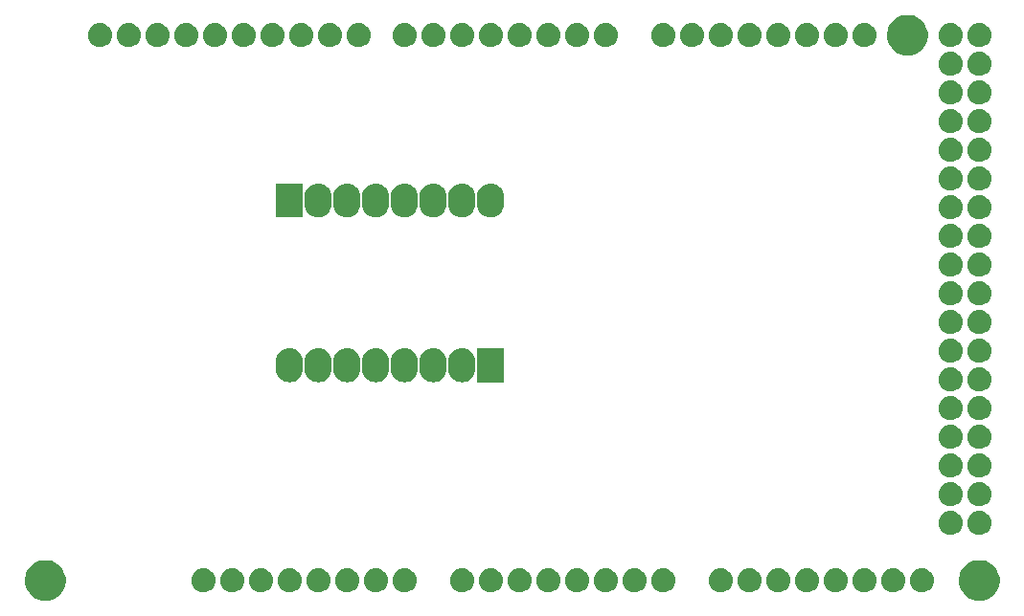
<source format=gts>
G04 #@! TF.GenerationSoftware,KiCad,Pcbnew,(5.0.2)-1*
G04 #@! TF.CreationDate,2019-01-05T13:36:49+01:00*
G04 #@! TF.ProjectId,P300_Display_IF,50333030-5f44-4697-9370-6c61795f4946,rev?*
G04 #@! TF.SameCoordinates,Original*
G04 #@! TF.FileFunction,Soldermask,Top*
G04 #@! TF.FilePolarity,Negative*
%FSLAX46Y46*%
G04 Gerber Fmt 4.6, Leading zero omitted, Abs format (unit mm)*
G04 Created by KiCad (PCBNEW (5.0.2)-1) date 05.01.2019 13:36:49*
%MOMM*%
%LPD*%
G01*
G04 APERTURE LIST*
%ADD10C,0.100000*%
G04 APERTURE END LIST*
D10*
G36*
X173071163Y-117614587D02*
X173245041Y-117649173D01*
X173572620Y-117784861D01*
X173808152Y-117942238D01*
X173867435Y-117981850D01*
X174118150Y-118232565D01*
X174118151Y-118232567D01*
X174315139Y-118527380D01*
X174422361Y-118786237D01*
X174450827Y-118854960D01*
X174520000Y-119202715D01*
X174520000Y-119557285D01*
X174485414Y-119731162D01*
X174450827Y-119905041D01*
X174315139Y-120232620D01*
X174225086Y-120367393D01*
X174118150Y-120527435D01*
X173867435Y-120778150D01*
X173808152Y-120817762D01*
X173572620Y-120975139D01*
X173245041Y-121110827D01*
X173071162Y-121145414D01*
X172897285Y-121180000D01*
X172542715Y-121180000D01*
X172368838Y-121145414D01*
X172194959Y-121110827D01*
X171867380Y-120975139D01*
X171631848Y-120817762D01*
X171572565Y-120778150D01*
X171321850Y-120527435D01*
X171214914Y-120367393D01*
X171124861Y-120232620D01*
X170989173Y-119905041D01*
X170954586Y-119731162D01*
X170920000Y-119557285D01*
X170920000Y-119202715D01*
X170989173Y-118854960D01*
X171017639Y-118786237D01*
X171124861Y-118527380D01*
X171321849Y-118232567D01*
X171321850Y-118232565D01*
X171572565Y-117981850D01*
X171631848Y-117942238D01*
X171867380Y-117784861D01*
X172194959Y-117649173D01*
X172368837Y-117614587D01*
X172542715Y-117580000D01*
X172897285Y-117580000D01*
X173071163Y-117614587D01*
X173071163Y-117614587D01*
G37*
G36*
X90521163Y-117614587D02*
X90695041Y-117649173D01*
X91022620Y-117784861D01*
X91258152Y-117942238D01*
X91317435Y-117981850D01*
X91568150Y-118232565D01*
X91568151Y-118232567D01*
X91765139Y-118527380D01*
X91872361Y-118786237D01*
X91900827Y-118854960D01*
X91970000Y-119202715D01*
X91970000Y-119557285D01*
X91935414Y-119731162D01*
X91900827Y-119905041D01*
X91765139Y-120232620D01*
X91675086Y-120367393D01*
X91568150Y-120527435D01*
X91317435Y-120778150D01*
X91258152Y-120817762D01*
X91022620Y-120975139D01*
X90695041Y-121110827D01*
X90521162Y-121145414D01*
X90347285Y-121180000D01*
X89992715Y-121180000D01*
X89818838Y-121145414D01*
X89644959Y-121110827D01*
X89317380Y-120975139D01*
X89081848Y-120817762D01*
X89022565Y-120778150D01*
X88771850Y-120527435D01*
X88664914Y-120367393D01*
X88574861Y-120232620D01*
X88439173Y-119905041D01*
X88404586Y-119731162D01*
X88370000Y-119557285D01*
X88370000Y-119202715D01*
X88439173Y-118854960D01*
X88467639Y-118786237D01*
X88574861Y-118527380D01*
X88771849Y-118232567D01*
X88771850Y-118232565D01*
X89022565Y-117981850D01*
X89081848Y-117942238D01*
X89317380Y-117784861D01*
X89644959Y-117649173D01*
X89818837Y-117614587D01*
X89992715Y-117580000D01*
X90347285Y-117580000D01*
X90521163Y-117614587D01*
X90521163Y-117614587D01*
G37*
G36*
X162768502Y-118331789D02*
X162968991Y-118392607D01*
X163153761Y-118491368D01*
X163153763Y-118491370D01*
X163315718Y-118624282D01*
X163426758Y-118759586D01*
X163448632Y-118786239D01*
X163547393Y-118971009D01*
X163608211Y-119171498D01*
X163628746Y-119380000D01*
X163608211Y-119588502D01*
X163547393Y-119788991D01*
X163448632Y-119973761D01*
X163448630Y-119973763D01*
X163315718Y-120135718D01*
X163180414Y-120246758D01*
X163153761Y-120268632D01*
X162968991Y-120367393D01*
X162768502Y-120428211D01*
X162612251Y-120443600D01*
X162507749Y-120443600D01*
X162351498Y-120428211D01*
X162151009Y-120367393D01*
X161966239Y-120268632D01*
X161939586Y-120246758D01*
X161804282Y-120135718D01*
X161671370Y-119973763D01*
X161671368Y-119973761D01*
X161572607Y-119788991D01*
X161511789Y-119588502D01*
X161491254Y-119380000D01*
X161511789Y-119171498D01*
X161572607Y-118971009D01*
X161671368Y-118786239D01*
X161693242Y-118759586D01*
X161804282Y-118624282D01*
X161966237Y-118491370D01*
X161966239Y-118491368D01*
X162151009Y-118392607D01*
X162351498Y-118331789D01*
X162507749Y-118316400D01*
X162612251Y-118316400D01*
X162768502Y-118331789D01*
X162768502Y-118331789D01*
G37*
G36*
X129748502Y-118331789D02*
X129948991Y-118392607D01*
X130133761Y-118491368D01*
X130133763Y-118491370D01*
X130295718Y-118624282D01*
X130406758Y-118759586D01*
X130428632Y-118786239D01*
X130527393Y-118971009D01*
X130588211Y-119171498D01*
X130608746Y-119380000D01*
X130588211Y-119588502D01*
X130527393Y-119788991D01*
X130428632Y-119973761D01*
X130428630Y-119973763D01*
X130295718Y-120135718D01*
X130160414Y-120246758D01*
X130133761Y-120268632D01*
X129948991Y-120367393D01*
X129748502Y-120428211D01*
X129592251Y-120443600D01*
X129487749Y-120443600D01*
X129331498Y-120428211D01*
X129131009Y-120367393D01*
X128946239Y-120268632D01*
X128919586Y-120246758D01*
X128784282Y-120135718D01*
X128651370Y-119973763D01*
X128651368Y-119973761D01*
X128552607Y-119788991D01*
X128491789Y-119588502D01*
X128471254Y-119380000D01*
X128491789Y-119171498D01*
X128552607Y-118971009D01*
X128651368Y-118786239D01*
X128673242Y-118759586D01*
X128784282Y-118624282D01*
X128946237Y-118491370D01*
X128946239Y-118491368D01*
X129131009Y-118392607D01*
X129331498Y-118331789D01*
X129487749Y-118316400D01*
X129592251Y-118316400D01*
X129748502Y-118331789D01*
X129748502Y-118331789D01*
G37*
G36*
X160228502Y-118331789D02*
X160428991Y-118392607D01*
X160613761Y-118491368D01*
X160613763Y-118491370D01*
X160775718Y-118624282D01*
X160886758Y-118759586D01*
X160908632Y-118786239D01*
X161007393Y-118971009D01*
X161068211Y-119171498D01*
X161088746Y-119380000D01*
X161068211Y-119588502D01*
X161007393Y-119788991D01*
X160908632Y-119973761D01*
X160908630Y-119973763D01*
X160775718Y-120135718D01*
X160640414Y-120246758D01*
X160613761Y-120268632D01*
X160428991Y-120367393D01*
X160228502Y-120428211D01*
X160072251Y-120443600D01*
X159967749Y-120443600D01*
X159811498Y-120428211D01*
X159611009Y-120367393D01*
X159426239Y-120268632D01*
X159399586Y-120246758D01*
X159264282Y-120135718D01*
X159131370Y-119973763D01*
X159131368Y-119973761D01*
X159032607Y-119788991D01*
X158971789Y-119588502D01*
X158951254Y-119380000D01*
X158971789Y-119171498D01*
X159032607Y-118971009D01*
X159131368Y-118786239D01*
X159153242Y-118759586D01*
X159264282Y-118624282D01*
X159426237Y-118491370D01*
X159426239Y-118491368D01*
X159611009Y-118392607D01*
X159811498Y-118331789D01*
X159967749Y-118316400D01*
X160072251Y-118316400D01*
X160228502Y-118331789D01*
X160228502Y-118331789D01*
G37*
G36*
X157688502Y-118331789D02*
X157888991Y-118392607D01*
X158073761Y-118491368D01*
X158073763Y-118491370D01*
X158235718Y-118624282D01*
X158346758Y-118759586D01*
X158368632Y-118786239D01*
X158467393Y-118971009D01*
X158528211Y-119171498D01*
X158548746Y-119380000D01*
X158528211Y-119588502D01*
X158467393Y-119788991D01*
X158368632Y-119973761D01*
X158368630Y-119973763D01*
X158235718Y-120135718D01*
X158100414Y-120246758D01*
X158073761Y-120268632D01*
X157888991Y-120367393D01*
X157688502Y-120428211D01*
X157532251Y-120443600D01*
X157427749Y-120443600D01*
X157271498Y-120428211D01*
X157071009Y-120367393D01*
X156886239Y-120268632D01*
X156859586Y-120246758D01*
X156724282Y-120135718D01*
X156591370Y-119973763D01*
X156591368Y-119973761D01*
X156492607Y-119788991D01*
X156431789Y-119588502D01*
X156411254Y-119380000D01*
X156431789Y-119171498D01*
X156492607Y-118971009D01*
X156591368Y-118786239D01*
X156613242Y-118759586D01*
X156724282Y-118624282D01*
X156886237Y-118491370D01*
X156886239Y-118491368D01*
X157071009Y-118392607D01*
X157271498Y-118331789D01*
X157427749Y-118316400D01*
X157532251Y-118316400D01*
X157688502Y-118331789D01*
X157688502Y-118331789D01*
G37*
G36*
X155148502Y-118331789D02*
X155348991Y-118392607D01*
X155533761Y-118491368D01*
X155533763Y-118491370D01*
X155695718Y-118624282D01*
X155806758Y-118759586D01*
X155828632Y-118786239D01*
X155927393Y-118971009D01*
X155988211Y-119171498D01*
X156008746Y-119380000D01*
X155988211Y-119588502D01*
X155927393Y-119788991D01*
X155828632Y-119973761D01*
X155828630Y-119973763D01*
X155695718Y-120135718D01*
X155560414Y-120246758D01*
X155533761Y-120268632D01*
X155348991Y-120367393D01*
X155148502Y-120428211D01*
X154992251Y-120443600D01*
X154887749Y-120443600D01*
X154731498Y-120428211D01*
X154531009Y-120367393D01*
X154346239Y-120268632D01*
X154319586Y-120246758D01*
X154184282Y-120135718D01*
X154051370Y-119973763D01*
X154051368Y-119973761D01*
X153952607Y-119788991D01*
X153891789Y-119588502D01*
X153871254Y-119380000D01*
X153891789Y-119171498D01*
X153952607Y-118971009D01*
X154051368Y-118786239D01*
X154073242Y-118759586D01*
X154184282Y-118624282D01*
X154346237Y-118491370D01*
X154346239Y-118491368D01*
X154531009Y-118392607D01*
X154731498Y-118331789D01*
X154887749Y-118316400D01*
X154992251Y-118316400D01*
X155148502Y-118331789D01*
X155148502Y-118331789D01*
G37*
G36*
X152608502Y-118331789D02*
X152808991Y-118392607D01*
X152993761Y-118491368D01*
X152993763Y-118491370D01*
X153155718Y-118624282D01*
X153266758Y-118759586D01*
X153288632Y-118786239D01*
X153387393Y-118971009D01*
X153448211Y-119171498D01*
X153468746Y-119380000D01*
X153448211Y-119588502D01*
X153387393Y-119788991D01*
X153288632Y-119973761D01*
X153288630Y-119973763D01*
X153155718Y-120135718D01*
X153020414Y-120246758D01*
X152993761Y-120268632D01*
X152808991Y-120367393D01*
X152608502Y-120428211D01*
X152452251Y-120443600D01*
X152347749Y-120443600D01*
X152191498Y-120428211D01*
X151991009Y-120367393D01*
X151806239Y-120268632D01*
X151779586Y-120246758D01*
X151644282Y-120135718D01*
X151511370Y-119973763D01*
X151511368Y-119973761D01*
X151412607Y-119788991D01*
X151351789Y-119588502D01*
X151331254Y-119380000D01*
X151351789Y-119171498D01*
X151412607Y-118971009D01*
X151511368Y-118786239D01*
X151533242Y-118759586D01*
X151644282Y-118624282D01*
X151806237Y-118491370D01*
X151806239Y-118491368D01*
X151991009Y-118392607D01*
X152191498Y-118331789D01*
X152347749Y-118316400D01*
X152452251Y-118316400D01*
X152608502Y-118331789D01*
X152608502Y-118331789D01*
G37*
G36*
X150068502Y-118331789D02*
X150268991Y-118392607D01*
X150453761Y-118491368D01*
X150453763Y-118491370D01*
X150615718Y-118624282D01*
X150726758Y-118759586D01*
X150748632Y-118786239D01*
X150847393Y-118971009D01*
X150908211Y-119171498D01*
X150928746Y-119380000D01*
X150908211Y-119588502D01*
X150847393Y-119788991D01*
X150748632Y-119973761D01*
X150748630Y-119973763D01*
X150615718Y-120135718D01*
X150480414Y-120246758D01*
X150453761Y-120268632D01*
X150268991Y-120367393D01*
X150068502Y-120428211D01*
X149912251Y-120443600D01*
X149807749Y-120443600D01*
X149651498Y-120428211D01*
X149451009Y-120367393D01*
X149266239Y-120268632D01*
X149239586Y-120246758D01*
X149104282Y-120135718D01*
X148971370Y-119973763D01*
X148971368Y-119973761D01*
X148872607Y-119788991D01*
X148811789Y-119588502D01*
X148791254Y-119380000D01*
X148811789Y-119171498D01*
X148872607Y-118971009D01*
X148971368Y-118786239D01*
X148993242Y-118759586D01*
X149104282Y-118624282D01*
X149266237Y-118491370D01*
X149266239Y-118491368D01*
X149451009Y-118392607D01*
X149651498Y-118331789D01*
X149807749Y-118316400D01*
X149912251Y-118316400D01*
X150068502Y-118331789D01*
X150068502Y-118331789D01*
G37*
G36*
X144988502Y-118331789D02*
X145188991Y-118392607D01*
X145373761Y-118491368D01*
X145373763Y-118491370D01*
X145535718Y-118624282D01*
X145646758Y-118759586D01*
X145668632Y-118786239D01*
X145767393Y-118971009D01*
X145828211Y-119171498D01*
X145848746Y-119380000D01*
X145828211Y-119588502D01*
X145767393Y-119788991D01*
X145668632Y-119973761D01*
X145668630Y-119973763D01*
X145535718Y-120135718D01*
X145400414Y-120246758D01*
X145373761Y-120268632D01*
X145188991Y-120367393D01*
X144988502Y-120428211D01*
X144832251Y-120443600D01*
X144727749Y-120443600D01*
X144571498Y-120428211D01*
X144371009Y-120367393D01*
X144186239Y-120268632D01*
X144159586Y-120246758D01*
X144024282Y-120135718D01*
X143891370Y-119973763D01*
X143891368Y-119973761D01*
X143792607Y-119788991D01*
X143731789Y-119588502D01*
X143711254Y-119380000D01*
X143731789Y-119171498D01*
X143792607Y-118971009D01*
X143891368Y-118786239D01*
X143913242Y-118759586D01*
X144024282Y-118624282D01*
X144186237Y-118491370D01*
X144186239Y-118491368D01*
X144371009Y-118392607D01*
X144571498Y-118331789D01*
X144727749Y-118316400D01*
X144832251Y-118316400D01*
X144988502Y-118331789D01*
X144988502Y-118331789D01*
G37*
G36*
X142448502Y-118331789D02*
X142648991Y-118392607D01*
X142833761Y-118491368D01*
X142833763Y-118491370D01*
X142995718Y-118624282D01*
X143106758Y-118759586D01*
X143128632Y-118786239D01*
X143227393Y-118971009D01*
X143288211Y-119171498D01*
X143308746Y-119380000D01*
X143288211Y-119588502D01*
X143227393Y-119788991D01*
X143128632Y-119973761D01*
X143128630Y-119973763D01*
X142995718Y-120135718D01*
X142860414Y-120246758D01*
X142833761Y-120268632D01*
X142648991Y-120367393D01*
X142448502Y-120428211D01*
X142292251Y-120443600D01*
X142187749Y-120443600D01*
X142031498Y-120428211D01*
X141831009Y-120367393D01*
X141646239Y-120268632D01*
X141619586Y-120246758D01*
X141484282Y-120135718D01*
X141351370Y-119973763D01*
X141351368Y-119973761D01*
X141252607Y-119788991D01*
X141191789Y-119588502D01*
X141171254Y-119380000D01*
X141191789Y-119171498D01*
X141252607Y-118971009D01*
X141351368Y-118786239D01*
X141373242Y-118759586D01*
X141484282Y-118624282D01*
X141646237Y-118491370D01*
X141646239Y-118491368D01*
X141831009Y-118392607D01*
X142031498Y-118331789D01*
X142187749Y-118316400D01*
X142292251Y-118316400D01*
X142448502Y-118331789D01*
X142448502Y-118331789D01*
G37*
G36*
X139908502Y-118331789D02*
X140108991Y-118392607D01*
X140293761Y-118491368D01*
X140293763Y-118491370D01*
X140455718Y-118624282D01*
X140566758Y-118759586D01*
X140588632Y-118786239D01*
X140687393Y-118971009D01*
X140748211Y-119171498D01*
X140768746Y-119380000D01*
X140748211Y-119588502D01*
X140687393Y-119788991D01*
X140588632Y-119973761D01*
X140588630Y-119973763D01*
X140455718Y-120135718D01*
X140320414Y-120246758D01*
X140293761Y-120268632D01*
X140108991Y-120367393D01*
X139908502Y-120428211D01*
X139752251Y-120443600D01*
X139647749Y-120443600D01*
X139491498Y-120428211D01*
X139291009Y-120367393D01*
X139106239Y-120268632D01*
X139079586Y-120246758D01*
X138944282Y-120135718D01*
X138811370Y-119973763D01*
X138811368Y-119973761D01*
X138712607Y-119788991D01*
X138651789Y-119588502D01*
X138631254Y-119380000D01*
X138651789Y-119171498D01*
X138712607Y-118971009D01*
X138811368Y-118786239D01*
X138833242Y-118759586D01*
X138944282Y-118624282D01*
X139106237Y-118491370D01*
X139106239Y-118491368D01*
X139291009Y-118392607D01*
X139491498Y-118331789D01*
X139647749Y-118316400D01*
X139752251Y-118316400D01*
X139908502Y-118331789D01*
X139908502Y-118331789D01*
G37*
G36*
X137368502Y-118331789D02*
X137568991Y-118392607D01*
X137753761Y-118491368D01*
X137753763Y-118491370D01*
X137915718Y-118624282D01*
X138026758Y-118759586D01*
X138048632Y-118786239D01*
X138147393Y-118971009D01*
X138208211Y-119171498D01*
X138228746Y-119380000D01*
X138208211Y-119588502D01*
X138147393Y-119788991D01*
X138048632Y-119973761D01*
X138048630Y-119973763D01*
X137915718Y-120135718D01*
X137780414Y-120246758D01*
X137753761Y-120268632D01*
X137568991Y-120367393D01*
X137368502Y-120428211D01*
X137212251Y-120443600D01*
X137107749Y-120443600D01*
X136951498Y-120428211D01*
X136751009Y-120367393D01*
X136566239Y-120268632D01*
X136539586Y-120246758D01*
X136404282Y-120135718D01*
X136271370Y-119973763D01*
X136271368Y-119973761D01*
X136172607Y-119788991D01*
X136111789Y-119588502D01*
X136091254Y-119380000D01*
X136111789Y-119171498D01*
X136172607Y-118971009D01*
X136271368Y-118786239D01*
X136293242Y-118759586D01*
X136404282Y-118624282D01*
X136566237Y-118491370D01*
X136566239Y-118491368D01*
X136751009Y-118392607D01*
X136951498Y-118331789D01*
X137107749Y-118316400D01*
X137212251Y-118316400D01*
X137368502Y-118331789D01*
X137368502Y-118331789D01*
G37*
G36*
X134828502Y-118331789D02*
X135028991Y-118392607D01*
X135213761Y-118491368D01*
X135213763Y-118491370D01*
X135375718Y-118624282D01*
X135486758Y-118759586D01*
X135508632Y-118786239D01*
X135607393Y-118971009D01*
X135668211Y-119171498D01*
X135688746Y-119380000D01*
X135668211Y-119588502D01*
X135607393Y-119788991D01*
X135508632Y-119973761D01*
X135508630Y-119973763D01*
X135375718Y-120135718D01*
X135240414Y-120246758D01*
X135213761Y-120268632D01*
X135028991Y-120367393D01*
X134828502Y-120428211D01*
X134672251Y-120443600D01*
X134567749Y-120443600D01*
X134411498Y-120428211D01*
X134211009Y-120367393D01*
X134026239Y-120268632D01*
X133999586Y-120246758D01*
X133864282Y-120135718D01*
X133731370Y-119973763D01*
X133731368Y-119973761D01*
X133632607Y-119788991D01*
X133571789Y-119588502D01*
X133551254Y-119380000D01*
X133571789Y-119171498D01*
X133632607Y-118971009D01*
X133731368Y-118786239D01*
X133753242Y-118759586D01*
X133864282Y-118624282D01*
X134026237Y-118491370D01*
X134026239Y-118491368D01*
X134211009Y-118392607D01*
X134411498Y-118331789D01*
X134567749Y-118316400D01*
X134672251Y-118316400D01*
X134828502Y-118331789D01*
X134828502Y-118331789D01*
G37*
G36*
X132288502Y-118331789D02*
X132488991Y-118392607D01*
X132673761Y-118491368D01*
X132673763Y-118491370D01*
X132835718Y-118624282D01*
X132946758Y-118759586D01*
X132968632Y-118786239D01*
X133067393Y-118971009D01*
X133128211Y-119171498D01*
X133148746Y-119380000D01*
X133128211Y-119588502D01*
X133067393Y-119788991D01*
X132968632Y-119973761D01*
X132968630Y-119973763D01*
X132835718Y-120135718D01*
X132700414Y-120246758D01*
X132673761Y-120268632D01*
X132488991Y-120367393D01*
X132288502Y-120428211D01*
X132132251Y-120443600D01*
X132027749Y-120443600D01*
X131871498Y-120428211D01*
X131671009Y-120367393D01*
X131486239Y-120268632D01*
X131459586Y-120246758D01*
X131324282Y-120135718D01*
X131191370Y-119973763D01*
X131191368Y-119973761D01*
X131092607Y-119788991D01*
X131031789Y-119588502D01*
X131011254Y-119380000D01*
X131031789Y-119171498D01*
X131092607Y-118971009D01*
X131191368Y-118786239D01*
X131213242Y-118759586D01*
X131324282Y-118624282D01*
X131486237Y-118491370D01*
X131486239Y-118491368D01*
X131671009Y-118392607D01*
X131871498Y-118331789D01*
X132027749Y-118316400D01*
X132132251Y-118316400D01*
X132288502Y-118331789D01*
X132288502Y-118331789D01*
G37*
G36*
X104348502Y-118331789D02*
X104548991Y-118392607D01*
X104733761Y-118491368D01*
X104733763Y-118491370D01*
X104895718Y-118624282D01*
X105006758Y-118759586D01*
X105028632Y-118786239D01*
X105127393Y-118971009D01*
X105188211Y-119171498D01*
X105208746Y-119380000D01*
X105188211Y-119588502D01*
X105127393Y-119788991D01*
X105028632Y-119973761D01*
X105028630Y-119973763D01*
X104895718Y-120135718D01*
X104760414Y-120246758D01*
X104733761Y-120268632D01*
X104548991Y-120367393D01*
X104348502Y-120428211D01*
X104192251Y-120443600D01*
X104087749Y-120443600D01*
X103931498Y-120428211D01*
X103731009Y-120367393D01*
X103546239Y-120268632D01*
X103519586Y-120246758D01*
X103384282Y-120135718D01*
X103251370Y-119973763D01*
X103251368Y-119973761D01*
X103152607Y-119788991D01*
X103091789Y-119588502D01*
X103071254Y-119380000D01*
X103091789Y-119171498D01*
X103152607Y-118971009D01*
X103251368Y-118786239D01*
X103273242Y-118759586D01*
X103384282Y-118624282D01*
X103546237Y-118491370D01*
X103546239Y-118491368D01*
X103731009Y-118392607D01*
X103931498Y-118331789D01*
X104087749Y-118316400D01*
X104192251Y-118316400D01*
X104348502Y-118331789D01*
X104348502Y-118331789D01*
G37*
G36*
X165308502Y-118331789D02*
X165508991Y-118392607D01*
X165693761Y-118491368D01*
X165693763Y-118491370D01*
X165855718Y-118624282D01*
X165966758Y-118759586D01*
X165988632Y-118786239D01*
X166087393Y-118971009D01*
X166148211Y-119171498D01*
X166168746Y-119380000D01*
X166148211Y-119588502D01*
X166087393Y-119788991D01*
X165988632Y-119973761D01*
X165988630Y-119973763D01*
X165855718Y-120135718D01*
X165720414Y-120246758D01*
X165693761Y-120268632D01*
X165508991Y-120367393D01*
X165308502Y-120428211D01*
X165152251Y-120443600D01*
X165047749Y-120443600D01*
X164891498Y-120428211D01*
X164691009Y-120367393D01*
X164506239Y-120268632D01*
X164479586Y-120246758D01*
X164344282Y-120135718D01*
X164211370Y-119973763D01*
X164211368Y-119973761D01*
X164112607Y-119788991D01*
X164051789Y-119588502D01*
X164031254Y-119380000D01*
X164051789Y-119171498D01*
X164112607Y-118971009D01*
X164211368Y-118786239D01*
X164233242Y-118759586D01*
X164344282Y-118624282D01*
X164506237Y-118491370D01*
X164506239Y-118491368D01*
X164691009Y-118392607D01*
X164891498Y-118331789D01*
X165047749Y-118316400D01*
X165152251Y-118316400D01*
X165308502Y-118331789D01*
X165308502Y-118331789D01*
G37*
G36*
X167848502Y-118331789D02*
X168048991Y-118392607D01*
X168233761Y-118491368D01*
X168233763Y-118491370D01*
X168395718Y-118624282D01*
X168506758Y-118759586D01*
X168528632Y-118786239D01*
X168627393Y-118971009D01*
X168688211Y-119171498D01*
X168708746Y-119380000D01*
X168688211Y-119588502D01*
X168627393Y-119788991D01*
X168528632Y-119973761D01*
X168528630Y-119973763D01*
X168395718Y-120135718D01*
X168260414Y-120246758D01*
X168233761Y-120268632D01*
X168048991Y-120367393D01*
X167848502Y-120428211D01*
X167692251Y-120443600D01*
X167587749Y-120443600D01*
X167431498Y-120428211D01*
X167231009Y-120367393D01*
X167046239Y-120268632D01*
X167019586Y-120246758D01*
X166884282Y-120135718D01*
X166751370Y-119973763D01*
X166751368Y-119973761D01*
X166652607Y-119788991D01*
X166591789Y-119588502D01*
X166571254Y-119380000D01*
X166591789Y-119171498D01*
X166652607Y-118971009D01*
X166751368Y-118786239D01*
X166773242Y-118759586D01*
X166884282Y-118624282D01*
X167046237Y-118491370D01*
X167046239Y-118491368D01*
X167231009Y-118392607D01*
X167431498Y-118331789D01*
X167587749Y-118316400D01*
X167692251Y-118316400D01*
X167848502Y-118331789D01*
X167848502Y-118331789D01*
G37*
G36*
X106888502Y-118331789D02*
X107088991Y-118392607D01*
X107273761Y-118491368D01*
X107273763Y-118491370D01*
X107435718Y-118624282D01*
X107546758Y-118759586D01*
X107568632Y-118786239D01*
X107667393Y-118971009D01*
X107728211Y-119171498D01*
X107748746Y-119380000D01*
X107728211Y-119588502D01*
X107667393Y-119788991D01*
X107568632Y-119973761D01*
X107568630Y-119973763D01*
X107435718Y-120135718D01*
X107300414Y-120246758D01*
X107273761Y-120268632D01*
X107088991Y-120367393D01*
X106888502Y-120428211D01*
X106732251Y-120443600D01*
X106627749Y-120443600D01*
X106471498Y-120428211D01*
X106271009Y-120367393D01*
X106086239Y-120268632D01*
X106059586Y-120246758D01*
X105924282Y-120135718D01*
X105791370Y-119973763D01*
X105791368Y-119973761D01*
X105692607Y-119788991D01*
X105631789Y-119588502D01*
X105611254Y-119380000D01*
X105631789Y-119171498D01*
X105692607Y-118971009D01*
X105791368Y-118786239D01*
X105813242Y-118759586D01*
X105924282Y-118624282D01*
X106086237Y-118491370D01*
X106086239Y-118491368D01*
X106271009Y-118392607D01*
X106471498Y-118331789D01*
X106627749Y-118316400D01*
X106732251Y-118316400D01*
X106888502Y-118331789D01*
X106888502Y-118331789D01*
G37*
G36*
X109428502Y-118331789D02*
X109628991Y-118392607D01*
X109813761Y-118491368D01*
X109813763Y-118491370D01*
X109975718Y-118624282D01*
X110086758Y-118759586D01*
X110108632Y-118786239D01*
X110207393Y-118971009D01*
X110268211Y-119171498D01*
X110288746Y-119380000D01*
X110268211Y-119588502D01*
X110207393Y-119788991D01*
X110108632Y-119973761D01*
X110108630Y-119973763D01*
X109975718Y-120135718D01*
X109840414Y-120246758D01*
X109813761Y-120268632D01*
X109628991Y-120367393D01*
X109428502Y-120428211D01*
X109272251Y-120443600D01*
X109167749Y-120443600D01*
X109011498Y-120428211D01*
X108811009Y-120367393D01*
X108626239Y-120268632D01*
X108599586Y-120246758D01*
X108464282Y-120135718D01*
X108331370Y-119973763D01*
X108331368Y-119973761D01*
X108232607Y-119788991D01*
X108171789Y-119588502D01*
X108151254Y-119380000D01*
X108171789Y-119171498D01*
X108232607Y-118971009D01*
X108331368Y-118786239D01*
X108353242Y-118759586D01*
X108464282Y-118624282D01*
X108626237Y-118491370D01*
X108626239Y-118491368D01*
X108811009Y-118392607D01*
X109011498Y-118331789D01*
X109167749Y-118316400D01*
X109272251Y-118316400D01*
X109428502Y-118331789D01*
X109428502Y-118331789D01*
G37*
G36*
X111968502Y-118331789D02*
X112168991Y-118392607D01*
X112353761Y-118491368D01*
X112353763Y-118491370D01*
X112515718Y-118624282D01*
X112626758Y-118759586D01*
X112648632Y-118786239D01*
X112747393Y-118971009D01*
X112808211Y-119171498D01*
X112828746Y-119380000D01*
X112808211Y-119588502D01*
X112747393Y-119788991D01*
X112648632Y-119973761D01*
X112648630Y-119973763D01*
X112515718Y-120135718D01*
X112380414Y-120246758D01*
X112353761Y-120268632D01*
X112168991Y-120367393D01*
X111968502Y-120428211D01*
X111812251Y-120443600D01*
X111707749Y-120443600D01*
X111551498Y-120428211D01*
X111351009Y-120367393D01*
X111166239Y-120268632D01*
X111139586Y-120246758D01*
X111004282Y-120135718D01*
X110871370Y-119973763D01*
X110871368Y-119973761D01*
X110772607Y-119788991D01*
X110711789Y-119588502D01*
X110691254Y-119380000D01*
X110711789Y-119171498D01*
X110772607Y-118971009D01*
X110871368Y-118786239D01*
X110893242Y-118759586D01*
X111004282Y-118624282D01*
X111166237Y-118491370D01*
X111166239Y-118491368D01*
X111351009Y-118392607D01*
X111551498Y-118331789D01*
X111707749Y-118316400D01*
X111812251Y-118316400D01*
X111968502Y-118331789D01*
X111968502Y-118331789D01*
G37*
G36*
X114508502Y-118331789D02*
X114708991Y-118392607D01*
X114893761Y-118491368D01*
X114893763Y-118491370D01*
X115055718Y-118624282D01*
X115166758Y-118759586D01*
X115188632Y-118786239D01*
X115287393Y-118971009D01*
X115348211Y-119171498D01*
X115368746Y-119380000D01*
X115348211Y-119588502D01*
X115287393Y-119788991D01*
X115188632Y-119973761D01*
X115188630Y-119973763D01*
X115055718Y-120135718D01*
X114920414Y-120246758D01*
X114893761Y-120268632D01*
X114708991Y-120367393D01*
X114508502Y-120428211D01*
X114352251Y-120443600D01*
X114247749Y-120443600D01*
X114091498Y-120428211D01*
X113891009Y-120367393D01*
X113706239Y-120268632D01*
X113679586Y-120246758D01*
X113544282Y-120135718D01*
X113411370Y-119973763D01*
X113411368Y-119973761D01*
X113312607Y-119788991D01*
X113251789Y-119588502D01*
X113231254Y-119380000D01*
X113251789Y-119171498D01*
X113312607Y-118971009D01*
X113411368Y-118786239D01*
X113433242Y-118759586D01*
X113544282Y-118624282D01*
X113706237Y-118491370D01*
X113706239Y-118491368D01*
X113891009Y-118392607D01*
X114091498Y-118331789D01*
X114247749Y-118316400D01*
X114352251Y-118316400D01*
X114508502Y-118331789D01*
X114508502Y-118331789D01*
G37*
G36*
X117048502Y-118331789D02*
X117248991Y-118392607D01*
X117433761Y-118491368D01*
X117433763Y-118491370D01*
X117595718Y-118624282D01*
X117706758Y-118759586D01*
X117728632Y-118786239D01*
X117827393Y-118971009D01*
X117888211Y-119171498D01*
X117908746Y-119380000D01*
X117888211Y-119588502D01*
X117827393Y-119788991D01*
X117728632Y-119973761D01*
X117728630Y-119973763D01*
X117595718Y-120135718D01*
X117460414Y-120246758D01*
X117433761Y-120268632D01*
X117248991Y-120367393D01*
X117048502Y-120428211D01*
X116892251Y-120443600D01*
X116787749Y-120443600D01*
X116631498Y-120428211D01*
X116431009Y-120367393D01*
X116246239Y-120268632D01*
X116219586Y-120246758D01*
X116084282Y-120135718D01*
X115951370Y-119973763D01*
X115951368Y-119973761D01*
X115852607Y-119788991D01*
X115791789Y-119588502D01*
X115771254Y-119380000D01*
X115791789Y-119171498D01*
X115852607Y-118971009D01*
X115951368Y-118786239D01*
X115973242Y-118759586D01*
X116084282Y-118624282D01*
X116246237Y-118491370D01*
X116246239Y-118491368D01*
X116431009Y-118392607D01*
X116631498Y-118331789D01*
X116787749Y-118316400D01*
X116892251Y-118316400D01*
X117048502Y-118331789D01*
X117048502Y-118331789D01*
G37*
G36*
X119588502Y-118331789D02*
X119788991Y-118392607D01*
X119973761Y-118491368D01*
X119973763Y-118491370D01*
X120135718Y-118624282D01*
X120246758Y-118759586D01*
X120268632Y-118786239D01*
X120367393Y-118971009D01*
X120428211Y-119171498D01*
X120448746Y-119380000D01*
X120428211Y-119588502D01*
X120367393Y-119788991D01*
X120268632Y-119973761D01*
X120268630Y-119973763D01*
X120135718Y-120135718D01*
X120000414Y-120246758D01*
X119973761Y-120268632D01*
X119788991Y-120367393D01*
X119588502Y-120428211D01*
X119432251Y-120443600D01*
X119327749Y-120443600D01*
X119171498Y-120428211D01*
X118971009Y-120367393D01*
X118786239Y-120268632D01*
X118759586Y-120246758D01*
X118624282Y-120135718D01*
X118491370Y-119973763D01*
X118491368Y-119973761D01*
X118392607Y-119788991D01*
X118331789Y-119588502D01*
X118311254Y-119380000D01*
X118331789Y-119171498D01*
X118392607Y-118971009D01*
X118491368Y-118786239D01*
X118513242Y-118759586D01*
X118624282Y-118624282D01*
X118786237Y-118491370D01*
X118786239Y-118491368D01*
X118971009Y-118392607D01*
X119171498Y-118331789D01*
X119327749Y-118316400D01*
X119432251Y-118316400D01*
X119588502Y-118331789D01*
X119588502Y-118331789D01*
G37*
G36*
X122128502Y-118331789D02*
X122328991Y-118392607D01*
X122513761Y-118491368D01*
X122513763Y-118491370D01*
X122675718Y-118624282D01*
X122786758Y-118759586D01*
X122808632Y-118786239D01*
X122907393Y-118971009D01*
X122968211Y-119171498D01*
X122988746Y-119380000D01*
X122968211Y-119588502D01*
X122907393Y-119788991D01*
X122808632Y-119973761D01*
X122808630Y-119973763D01*
X122675718Y-120135718D01*
X122540414Y-120246758D01*
X122513761Y-120268632D01*
X122328991Y-120367393D01*
X122128502Y-120428211D01*
X121972251Y-120443600D01*
X121867749Y-120443600D01*
X121711498Y-120428211D01*
X121511009Y-120367393D01*
X121326239Y-120268632D01*
X121299586Y-120246758D01*
X121164282Y-120135718D01*
X121031370Y-119973763D01*
X121031368Y-119973761D01*
X120932607Y-119788991D01*
X120871789Y-119588502D01*
X120851254Y-119380000D01*
X120871789Y-119171498D01*
X120932607Y-118971009D01*
X121031368Y-118786239D01*
X121053242Y-118759586D01*
X121164282Y-118624282D01*
X121326237Y-118491370D01*
X121326239Y-118491368D01*
X121511009Y-118392607D01*
X121711498Y-118331789D01*
X121867749Y-118316400D01*
X121972251Y-118316400D01*
X122128502Y-118331789D01*
X122128502Y-118331789D01*
G37*
G36*
X127208502Y-118331789D02*
X127408991Y-118392607D01*
X127593761Y-118491368D01*
X127593763Y-118491370D01*
X127755718Y-118624282D01*
X127866758Y-118759586D01*
X127888632Y-118786239D01*
X127987393Y-118971009D01*
X128048211Y-119171498D01*
X128068746Y-119380000D01*
X128048211Y-119588502D01*
X127987393Y-119788991D01*
X127888632Y-119973761D01*
X127888630Y-119973763D01*
X127755718Y-120135718D01*
X127620414Y-120246758D01*
X127593761Y-120268632D01*
X127408991Y-120367393D01*
X127208502Y-120428211D01*
X127052251Y-120443600D01*
X126947749Y-120443600D01*
X126791498Y-120428211D01*
X126591009Y-120367393D01*
X126406239Y-120268632D01*
X126379586Y-120246758D01*
X126244282Y-120135718D01*
X126111370Y-119973763D01*
X126111368Y-119973761D01*
X126012607Y-119788991D01*
X125951789Y-119588502D01*
X125931254Y-119380000D01*
X125951789Y-119171498D01*
X126012607Y-118971009D01*
X126111368Y-118786239D01*
X126133242Y-118759586D01*
X126244282Y-118624282D01*
X126406237Y-118491370D01*
X126406239Y-118491368D01*
X126591009Y-118392607D01*
X126791498Y-118331789D01*
X126947749Y-118316400D01*
X127052251Y-118316400D01*
X127208502Y-118331789D01*
X127208502Y-118331789D01*
G37*
G36*
X170388502Y-113251789D02*
X170588991Y-113312607D01*
X170773761Y-113411368D01*
X170773763Y-113411370D01*
X170935718Y-113544282D01*
X171046758Y-113679586D01*
X171068632Y-113706239D01*
X171167393Y-113891009D01*
X171228211Y-114091498D01*
X171248746Y-114300000D01*
X171228211Y-114508502D01*
X171167393Y-114708991D01*
X171068632Y-114893761D01*
X171068630Y-114893763D01*
X170935718Y-115055718D01*
X170800414Y-115166758D01*
X170773761Y-115188632D01*
X170588991Y-115287393D01*
X170388502Y-115348211D01*
X170232251Y-115363600D01*
X170127749Y-115363600D01*
X169971498Y-115348211D01*
X169771009Y-115287393D01*
X169586239Y-115188632D01*
X169559586Y-115166758D01*
X169424282Y-115055718D01*
X169291370Y-114893763D01*
X169291368Y-114893761D01*
X169192607Y-114708991D01*
X169131789Y-114508502D01*
X169111254Y-114300000D01*
X169131789Y-114091498D01*
X169192607Y-113891009D01*
X169291368Y-113706239D01*
X169313242Y-113679586D01*
X169424282Y-113544282D01*
X169586237Y-113411370D01*
X169586239Y-113411368D01*
X169771009Y-113312607D01*
X169971498Y-113251789D01*
X170127749Y-113236400D01*
X170232251Y-113236400D01*
X170388502Y-113251789D01*
X170388502Y-113251789D01*
G37*
G36*
X172928502Y-113251789D02*
X173128991Y-113312607D01*
X173313761Y-113411368D01*
X173313763Y-113411370D01*
X173475718Y-113544282D01*
X173586758Y-113679586D01*
X173608632Y-113706239D01*
X173707393Y-113891009D01*
X173768211Y-114091498D01*
X173788746Y-114300000D01*
X173768211Y-114508502D01*
X173707393Y-114708991D01*
X173608632Y-114893761D01*
X173608630Y-114893763D01*
X173475718Y-115055718D01*
X173340414Y-115166758D01*
X173313761Y-115188632D01*
X173128991Y-115287393D01*
X172928502Y-115348211D01*
X172772251Y-115363600D01*
X172667749Y-115363600D01*
X172511498Y-115348211D01*
X172311009Y-115287393D01*
X172126239Y-115188632D01*
X172099586Y-115166758D01*
X171964282Y-115055718D01*
X171831370Y-114893763D01*
X171831368Y-114893761D01*
X171732607Y-114708991D01*
X171671789Y-114508502D01*
X171651254Y-114300000D01*
X171671789Y-114091498D01*
X171732607Y-113891009D01*
X171831368Y-113706239D01*
X171853242Y-113679586D01*
X171964282Y-113544282D01*
X172126237Y-113411370D01*
X172126239Y-113411368D01*
X172311009Y-113312607D01*
X172511498Y-113251789D01*
X172667749Y-113236400D01*
X172772251Y-113236400D01*
X172928502Y-113251789D01*
X172928502Y-113251789D01*
G37*
G36*
X170388502Y-110711789D02*
X170588991Y-110772607D01*
X170773761Y-110871368D01*
X170773763Y-110871370D01*
X170935718Y-111004282D01*
X171046758Y-111139586D01*
X171068632Y-111166239D01*
X171167393Y-111351009D01*
X171228211Y-111551498D01*
X171248746Y-111760000D01*
X171228211Y-111968502D01*
X171167393Y-112168991D01*
X171068632Y-112353761D01*
X171068630Y-112353763D01*
X170935718Y-112515718D01*
X170800414Y-112626758D01*
X170773761Y-112648632D01*
X170588991Y-112747393D01*
X170388502Y-112808211D01*
X170232251Y-112823600D01*
X170127749Y-112823600D01*
X169971498Y-112808211D01*
X169771009Y-112747393D01*
X169586239Y-112648632D01*
X169559586Y-112626758D01*
X169424282Y-112515718D01*
X169291370Y-112353763D01*
X169291368Y-112353761D01*
X169192607Y-112168991D01*
X169131789Y-111968502D01*
X169111254Y-111760000D01*
X169131789Y-111551498D01*
X169192607Y-111351009D01*
X169291368Y-111166239D01*
X169313242Y-111139586D01*
X169424282Y-111004282D01*
X169586237Y-110871370D01*
X169586239Y-110871368D01*
X169771009Y-110772607D01*
X169971498Y-110711789D01*
X170127749Y-110696400D01*
X170232251Y-110696400D01*
X170388502Y-110711789D01*
X170388502Y-110711789D01*
G37*
G36*
X172928502Y-110711789D02*
X173128991Y-110772607D01*
X173313761Y-110871368D01*
X173313763Y-110871370D01*
X173475718Y-111004282D01*
X173586758Y-111139586D01*
X173608632Y-111166239D01*
X173707393Y-111351009D01*
X173768211Y-111551498D01*
X173788746Y-111760000D01*
X173768211Y-111968502D01*
X173707393Y-112168991D01*
X173608632Y-112353761D01*
X173608630Y-112353763D01*
X173475718Y-112515718D01*
X173340414Y-112626758D01*
X173313761Y-112648632D01*
X173128991Y-112747393D01*
X172928502Y-112808211D01*
X172772251Y-112823600D01*
X172667749Y-112823600D01*
X172511498Y-112808211D01*
X172311009Y-112747393D01*
X172126239Y-112648632D01*
X172099586Y-112626758D01*
X171964282Y-112515718D01*
X171831370Y-112353763D01*
X171831368Y-112353761D01*
X171732607Y-112168991D01*
X171671789Y-111968502D01*
X171651254Y-111760000D01*
X171671789Y-111551498D01*
X171732607Y-111351009D01*
X171831368Y-111166239D01*
X171853242Y-111139586D01*
X171964282Y-111004282D01*
X172126237Y-110871370D01*
X172126239Y-110871368D01*
X172311009Y-110772607D01*
X172511498Y-110711789D01*
X172667749Y-110696400D01*
X172772251Y-110696400D01*
X172928502Y-110711789D01*
X172928502Y-110711789D01*
G37*
G36*
X170388502Y-108171789D02*
X170588991Y-108232607D01*
X170773761Y-108331368D01*
X170773763Y-108331370D01*
X170935718Y-108464282D01*
X171046758Y-108599586D01*
X171068632Y-108626239D01*
X171167393Y-108811009D01*
X171228211Y-109011498D01*
X171248746Y-109220000D01*
X171228211Y-109428502D01*
X171167393Y-109628991D01*
X171068632Y-109813761D01*
X171068630Y-109813763D01*
X170935718Y-109975718D01*
X170800414Y-110086758D01*
X170773761Y-110108632D01*
X170588991Y-110207393D01*
X170388502Y-110268211D01*
X170232251Y-110283600D01*
X170127749Y-110283600D01*
X169971498Y-110268211D01*
X169771009Y-110207393D01*
X169586239Y-110108632D01*
X169559586Y-110086758D01*
X169424282Y-109975718D01*
X169291370Y-109813763D01*
X169291368Y-109813761D01*
X169192607Y-109628991D01*
X169131789Y-109428502D01*
X169111254Y-109220000D01*
X169131789Y-109011498D01*
X169192607Y-108811009D01*
X169291368Y-108626239D01*
X169313242Y-108599586D01*
X169424282Y-108464282D01*
X169586237Y-108331370D01*
X169586239Y-108331368D01*
X169771009Y-108232607D01*
X169971498Y-108171789D01*
X170127749Y-108156400D01*
X170232251Y-108156400D01*
X170388502Y-108171789D01*
X170388502Y-108171789D01*
G37*
G36*
X172928502Y-108171789D02*
X173128991Y-108232607D01*
X173313761Y-108331368D01*
X173313763Y-108331370D01*
X173475718Y-108464282D01*
X173586758Y-108599586D01*
X173608632Y-108626239D01*
X173707393Y-108811009D01*
X173768211Y-109011498D01*
X173788746Y-109220000D01*
X173768211Y-109428502D01*
X173707393Y-109628991D01*
X173608632Y-109813761D01*
X173608630Y-109813763D01*
X173475718Y-109975718D01*
X173340414Y-110086758D01*
X173313761Y-110108632D01*
X173128991Y-110207393D01*
X172928502Y-110268211D01*
X172772251Y-110283600D01*
X172667749Y-110283600D01*
X172511498Y-110268211D01*
X172311009Y-110207393D01*
X172126239Y-110108632D01*
X172099586Y-110086758D01*
X171964282Y-109975718D01*
X171831370Y-109813763D01*
X171831368Y-109813761D01*
X171732607Y-109628991D01*
X171671789Y-109428502D01*
X171651254Y-109220000D01*
X171671789Y-109011498D01*
X171732607Y-108811009D01*
X171831368Y-108626239D01*
X171853242Y-108599586D01*
X171964282Y-108464282D01*
X172126237Y-108331370D01*
X172126239Y-108331368D01*
X172311009Y-108232607D01*
X172511498Y-108171789D01*
X172667749Y-108156400D01*
X172772251Y-108156400D01*
X172928502Y-108171789D01*
X172928502Y-108171789D01*
G37*
G36*
X170388502Y-105631789D02*
X170588991Y-105692607D01*
X170773761Y-105791368D01*
X170773763Y-105791370D01*
X170935718Y-105924282D01*
X171046758Y-106059586D01*
X171068632Y-106086239D01*
X171167393Y-106271009D01*
X171228211Y-106471498D01*
X171248746Y-106680000D01*
X171228211Y-106888502D01*
X171167393Y-107088991D01*
X171068632Y-107273761D01*
X171068630Y-107273763D01*
X170935718Y-107435718D01*
X170800414Y-107546758D01*
X170773761Y-107568632D01*
X170588991Y-107667393D01*
X170388502Y-107728211D01*
X170232251Y-107743600D01*
X170127749Y-107743600D01*
X169971498Y-107728211D01*
X169771009Y-107667393D01*
X169586239Y-107568632D01*
X169559586Y-107546758D01*
X169424282Y-107435718D01*
X169291370Y-107273763D01*
X169291368Y-107273761D01*
X169192607Y-107088991D01*
X169131789Y-106888502D01*
X169111254Y-106680000D01*
X169131789Y-106471498D01*
X169192607Y-106271009D01*
X169291368Y-106086239D01*
X169313242Y-106059586D01*
X169424282Y-105924282D01*
X169586237Y-105791370D01*
X169586239Y-105791368D01*
X169771009Y-105692607D01*
X169971498Y-105631789D01*
X170127749Y-105616400D01*
X170232251Y-105616400D01*
X170388502Y-105631789D01*
X170388502Y-105631789D01*
G37*
G36*
X172928502Y-105631789D02*
X173128991Y-105692607D01*
X173313761Y-105791368D01*
X173313763Y-105791370D01*
X173475718Y-105924282D01*
X173586758Y-106059586D01*
X173608632Y-106086239D01*
X173707393Y-106271009D01*
X173768211Y-106471498D01*
X173788746Y-106680000D01*
X173768211Y-106888502D01*
X173707393Y-107088991D01*
X173608632Y-107273761D01*
X173608630Y-107273763D01*
X173475718Y-107435718D01*
X173340414Y-107546758D01*
X173313761Y-107568632D01*
X173128991Y-107667393D01*
X172928502Y-107728211D01*
X172772251Y-107743600D01*
X172667749Y-107743600D01*
X172511498Y-107728211D01*
X172311009Y-107667393D01*
X172126239Y-107568632D01*
X172099586Y-107546758D01*
X171964282Y-107435718D01*
X171831370Y-107273763D01*
X171831368Y-107273761D01*
X171732607Y-107088991D01*
X171671789Y-106888502D01*
X171651254Y-106680000D01*
X171671789Y-106471498D01*
X171732607Y-106271009D01*
X171831368Y-106086239D01*
X171853242Y-106059586D01*
X171964282Y-105924282D01*
X172126237Y-105791370D01*
X172126239Y-105791368D01*
X172311009Y-105692607D01*
X172511498Y-105631789D01*
X172667749Y-105616400D01*
X172772251Y-105616400D01*
X172928502Y-105631789D01*
X172928502Y-105631789D01*
G37*
G36*
X172928502Y-103091789D02*
X173128991Y-103152607D01*
X173313761Y-103251368D01*
X173313763Y-103251370D01*
X173475718Y-103384282D01*
X173586758Y-103519586D01*
X173608632Y-103546239D01*
X173707393Y-103731009D01*
X173768211Y-103931498D01*
X173788746Y-104140000D01*
X173768211Y-104348502D01*
X173707393Y-104548991D01*
X173608632Y-104733761D01*
X173608630Y-104733763D01*
X173475718Y-104895718D01*
X173340414Y-105006758D01*
X173313761Y-105028632D01*
X173128991Y-105127393D01*
X172928502Y-105188211D01*
X172772251Y-105203600D01*
X172667749Y-105203600D01*
X172511498Y-105188211D01*
X172311009Y-105127393D01*
X172126239Y-105028632D01*
X172099586Y-105006758D01*
X171964282Y-104895718D01*
X171831370Y-104733763D01*
X171831368Y-104733761D01*
X171732607Y-104548991D01*
X171671789Y-104348502D01*
X171651254Y-104140000D01*
X171671789Y-103931498D01*
X171732607Y-103731009D01*
X171831368Y-103546239D01*
X171853242Y-103519586D01*
X171964282Y-103384282D01*
X172126237Y-103251370D01*
X172126239Y-103251368D01*
X172311009Y-103152607D01*
X172511498Y-103091789D01*
X172667749Y-103076400D01*
X172772251Y-103076400D01*
X172928502Y-103091789D01*
X172928502Y-103091789D01*
G37*
G36*
X170388502Y-103091789D02*
X170588991Y-103152607D01*
X170773761Y-103251368D01*
X170773763Y-103251370D01*
X170935718Y-103384282D01*
X171046758Y-103519586D01*
X171068632Y-103546239D01*
X171167393Y-103731009D01*
X171228211Y-103931498D01*
X171248746Y-104140000D01*
X171228211Y-104348502D01*
X171167393Y-104548991D01*
X171068632Y-104733761D01*
X171068630Y-104733763D01*
X170935718Y-104895718D01*
X170800414Y-105006758D01*
X170773761Y-105028632D01*
X170588991Y-105127393D01*
X170388502Y-105188211D01*
X170232251Y-105203600D01*
X170127749Y-105203600D01*
X169971498Y-105188211D01*
X169771009Y-105127393D01*
X169586239Y-105028632D01*
X169559586Y-105006758D01*
X169424282Y-104895718D01*
X169291370Y-104733763D01*
X169291368Y-104733761D01*
X169192607Y-104548991D01*
X169131789Y-104348502D01*
X169111254Y-104140000D01*
X169131789Y-103931498D01*
X169192607Y-103731009D01*
X169291368Y-103546239D01*
X169313242Y-103519586D01*
X169424282Y-103384282D01*
X169586237Y-103251370D01*
X169586239Y-103251368D01*
X169771009Y-103152607D01*
X169971498Y-103091789D01*
X170127749Y-103076400D01*
X170232251Y-103076400D01*
X170388502Y-103091789D01*
X170388502Y-103091789D01*
G37*
G36*
X170388502Y-100551789D02*
X170588991Y-100612607D01*
X170773761Y-100711368D01*
X170773763Y-100711370D01*
X170935718Y-100844282D01*
X171046758Y-100979586D01*
X171068632Y-101006239D01*
X171167393Y-101191009D01*
X171228211Y-101391498D01*
X171248746Y-101600000D01*
X171228211Y-101808502D01*
X171167393Y-102008991D01*
X171068632Y-102193761D01*
X171068630Y-102193763D01*
X170935718Y-102355718D01*
X170800414Y-102466758D01*
X170773761Y-102488632D01*
X170588991Y-102587393D01*
X170388502Y-102648211D01*
X170232251Y-102663600D01*
X170127749Y-102663600D01*
X169971498Y-102648211D01*
X169771009Y-102587393D01*
X169586239Y-102488632D01*
X169559586Y-102466758D01*
X169424282Y-102355718D01*
X169291370Y-102193763D01*
X169291368Y-102193761D01*
X169192607Y-102008991D01*
X169131789Y-101808502D01*
X169111254Y-101600000D01*
X169131789Y-101391498D01*
X169192607Y-101191009D01*
X169291368Y-101006239D01*
X169313242Y-100979586D01*
X169424282Y-100844282D01*
X169586237Y-100711370D01*
X169586239Y-100711368D01*
X169771009Y-100612607D01*
X169971498Y-100551789D01*
X170127749Y-100536400D01*
X170232251Y-100536400D01*
X170388502Y-100551789D01*
X170388502Y-100551789D01*
G37*
G36*
X172928502Y-100551789D02*
X173128991Y-100612607D01*
X173313761Y-100711368D01*
X173313763Y-100711370D01*
X173475718Y-100844282D01*
X173586758Y-100979586D01*
X173608632Y-101006239D01*
X173707393Y-101191009D01*
X173768211Y-101391498D01*
X173788746Y-101600000D01*
X173768211Y-101808502D01*
X173707393Y-102008991D01*
X173608632Y-102193761D01*
X173608630Y-102193763D01*
X173475718Y-102355718D01*
X173340414Y-102466758D01*
X173313761Y-102488632D01*
X173128991Y-102587393D01*
X172928502Y-102648211D01*
X172772251Y-102663600D01*
X172667749Y-102663600D01*
X172511498Y-102648211D01*
X172311009Y-102587393D01*
X172126239Y-102488632D01*
X172099586Y-102466758D01*
X171964282Y-102355718D01*
X171831370Y-102193763D01*
X171831368Y-102193761D01*
X171732607Y-102008991D01*
X171671789Y-101808502D01*
X171651254Y-101600000D01*
X171671789Y-101391498D01*
X171732607Y-101191009D01*
X171831368Y-101006239D01*
X171853242Y-100979586D01*
X171964282Y-100844282D01*
X172126237Y-100711370D01*
X172126239Y-100711368D01*
X172311009Y-100612607D01*
X172511498Y-100551789D01*
X172667749Y-100536400D01*
X172772251Y-100536400D01*
X172928502Y-100551789D01*
X172928502Y-100551789D01*
G37*
G36*
X117075241Y-98847363D02*
X117301442Y-98915980D01*
X117509911Y-99027409D01*
X117692634Y-99177366D01*
X117842591Y-99360089D01*
X117954020Y-99568558D01*
X118022637Y-99794760D01*
X118040000Y-99971050D01*
X118040000Y-100688951D01*
X118022637Y-100865241D01*
X117954020Y-101091442D01*
X117842591Y-101299911D01*
X117767427Y-101391498D01*
X117692634Y-101482634D01*
X117549622Y-101600000D01*
X117509907Y-101632593D01*
X117301441Y-101744020D01*
X117075240Y-101812637D01*
X116840000Y-101835806D01*
X116604759Y-101812637D01*
X116591128Y-101808502D01*
X116378558Y-101744020D01*
X116170089Y-101632591D01*
X116053184Y-101536649D01*
X115987366Y-101482634D01*
X115868726Y-101338070D01*
X115837407Y-101299907D01*
X115725980Y-101091441D01*
X115657363Y-100865240D01*
X115640000Y-100688950D01*
X115640000Y-99971049D01*
X115657363Y-99794759D01*
X115725980Y-99568558D01*
X115837410Y-99360089D01*
X115987367Y-99177366D01*
X116170090Y-99027409D01*
X116378559Y-98915980D01*
X116604760Y-98847363D01*
X116840000Y-98824194D01*
X117075241Y-98847363D01*
X117075241Y-98847363D01*
G37*
G36*
X127235241Y-98847363D02*
X127461442Y-98915980D01*
X127669911Y-99027409D01*
X127852634Y-99177366D01*
X128002591Y-99360089D01*
X128114020Y-99568558D01*
X128182637Y-99794760D01*
X128200000Y-99971050D01*
X128200000Y-100688951D01*
X128182637Y-100865241D01*
X128114020Y-101091442D01*
X128002591Y-101299911D01*
X127927427Y-101391498D01*
X127852634Y-101482634D01*
X127709622Y-101600000D01*
X127669907Y-101632593D01*
X127461441Y-101744020D01*
X127235240Y-101812637D01*
X127000000Y-101835806D01*
X126764759Y-101812637D01*
X126751128Y-101808502D01*
X126538558Y-101744020D01*
X126330089Y-101632591D01*
X126213184Y-101536649D01*
X126147366Y-101482634D01*
X126028726Y-101338070D01*
X125997407Y-101299907D01*
X125885980Y-101091441D01*
X125817363Y-100865240D01*
X125800000Y-100688950D01*
X125800000Y-99971049D01*
X125817363Y-99794759D01*
X125885980Y-99568558D01*
X125997410Y-99360089D01*
X126147367Y-99177366D01*
X126330090Y-99027409D01*
X126538559Y-98915980D01*
X126764760Y-98847363D01*
X127000000Y-98824194D01*
X127235241Y-98847363D01*
X127235241Y-98847363D01*
G37*
G36*
X124695241Y-98847363D02*
X124921442Y-98915980D01*
X125129911Y-99027409D01*
X125312634Y-99177366D01*
X125462591Y-99360089D01*
X125574020Y-99568558D01*
X125642637Y-99794760D01*
X125660000Y-99971050D01*
X125660000Y-100688951D01*
X125642637Y-100865241D01*
X125574020Y-101091442D01*
X125462591Y-101299911D01*
X125387427Y-101391498D01*
X125312634Y-101482634D01*
X125169622Y-101600000D01*
X125129907Y-101632593D01*
X124921441Y-101744020D01*
X124695240Y-101812637D01*
X124460000Y-101835806D01*
X124224759Y-101812637D01*
X124211128Y-101808502D01*
X123998558Y-101744020D01*
X123790089Y-101632591D01*
X123673184Y-101536649D01*
X123607366Y-101482634D01*
X123488726Y-101338070D01*
X123457407Y-101299907D01*
X123345980Y-101091441D01*
X123277363Y-100865240D01*
X123260000Y-100688950D01*
X123260000Y-99971049D01*
X123277363Y-99794759D01*
X123345980Y-99568558D01*
X123457410Y-99360089D01*
X123607367Y-99177366D01*
X123790090Y-99027409D01*
X123998559Y-98915980D01*
X124224760Y-98847363D01*
X124460000Y-98824194D01*
X124695241Y-98847363D01*
X124695241Y-98847363D01*
G37*
G36*
X122155241Y-98847363D02*
X122381442Y-98915980D01*
X122589911Y-99027409D01*
X122772634Y-99177366D01*
X122922591Y-99360089D01*
X123034020Y-99568558D01*
X123102637Y-99794760D01*
X123120000Y-99971050D01*
X123120000Y-100688951D01*
X123102637Y-100865241D01*
X123034020Y-101091442D01*
X122922591Y-101299911D01*
X122847427Y-101391498D01*
X122772634Y-101482634D01*
X122629622Y-101600000D01*
X122589907Y-101632593D01*
X122381441Y-101744020D01*
X122155240Y-101812637D01*
X121920000Y-101835806D01*
X121684759Y-101812637D01*
X121671128Y-101808502D01*
X121458558Y-101744020D01*
X121250089Y-101632591D01*
X121133184Y-101536649D01*
X121067366Y-101482634D01*
X120948726Y-101338070D01*
X120917407Y-101299907D01*
X120805980Y-101091441D01*
X120737363Y-100865240D01*
X120720000Y-100688950D01*
X120720000Y-99971049D01*
X120737363Y-99794759D01*
X120805980Y-99568558D01*
X120917410Y-99360089D01*
X121067367Y-99177366D01*
X121250090Y-99027409D01*
X121458559Y-98915980D01*
X121684760Y-98847363D01*
X121920000Y-98824194D01*
X122155241Y-98847363D01*
X122155241Y-98847363D01*
G37*
G36*
X119615241Y-98847363D02*
X119841442Y-98915980D01*
X120049911Y-99027409D01*
X120232634Y-99177366D01*
X120382591Y-99360089D01*
X120494020Y-99568558D01*
X120562637Y-99794760D01*
X120580000Y-99971050D01*
X120580000Y-100688951D01*
X120562637Y-100865241D01*
X120494020Y-101091442D01*
X120382591Y-101299911D01*
X120307427Y-101391498D01*
X120232634Y-101482634D01*
X120089622Y-101600000D01*
X120049907Y-101632593D01*
X119841441Y-101744020D01*
X119615240Y-101812637D01*
X119380000Y-101835806D01*
X119144759Y-101812637D01*
X119131128Y-101808502D01*
X118918558Y-101744020D01*
X118710089Y-101632591D01*
X118593184Y-101536649D01*
X118527366Y-101482634D01*
X118408726Y-101338070D01*
X118377407Y-101299907D01*
X118265980Y-101091441D01*
X118197363Y-100865240D01*
X118180000Y-100688950D01*
X118180000Y-99971049D01*
X118197363Y-99794759D01*
X118265980Y-99568558D01*
X118377410Y-99360089D01*
X118527367Y-99177366D01*
X118710090Y-99027409D01*
X118918559Y-98915980D01*
X119144760Y-98847363D01*
X119380000Y-98824194D01*
X119615241Y-98847363D01*
X119615241Y-98847363D01*
G37*
G36*
X114535241Y-98847363D02*
X114761442Y-98915980D01*
X114969911Y-99027409D01*
X115152634Y-99177366D01*
X115302591Y-99360089D01*
X115414020Y-99568558D01*
X115482637Y-99794760D01*
X115500000Y-99971050D01*
X115500000Y-100688951D01*
X115482637Y-100865241D01*
X115414020Y-101091442D01*
X115302591Y-101299911D01*
X115227427Y-101391498D01*
X115152634Y-101482634D01*
X115009622Y-101600000D01*
X114969907Y-101632593D01*
X114761441Y-101744020D01*
X114535240Y-101812637D01*
X114300000Y-101835806D01*
X114064759Y-101812637D01*
X114051128Y-101808502D01*
X113838558Y-101744020D01*
X113630089Y-101632591D01*
X113513184Y-101536649D01*
X113447366Y-101482634D01*
X113328726Y-101338070D01*
X113297407Y-101299907D01*
X113185980Y-101091441D01*
X113117363Y-100865240D01*
X113100000Y-100688950D01*
X113100000Y-99971049D01*
X113117363Y-99794759D01*
X113185980Y-99568558D01*
X113297410Y-99360089D01*
X113447367Y-99177366D01*
X113630090Y-99027409D01*
X113838559Y-98915980D01*
X114064760Y-98847363D01*
X114300000Y-98824194D01*
X114535241Y-98847363D01*
X114535241Y-98847363D01*
G37*
G36*
X111995241Y-98847363D02*
X112221442Y-98915980D01*
X112429911Y-99027409D01*
X112612634Y-99177366D01*
X112762591Y-99360089D01*
X112874020Y-99568558D01*
X112942637Y-99794760D01*
X112960000Y-99971050D01*
X112960000Y-100688951D01*
X112942637Y-100865241D01*
X112874020Y-101091442D01*
X112762591Y-101299911D01*
X112687427Y-101391498D01*
X112612634Y-101482634D01*
X112469622Y-101600000D01*
X112429907Y-101632593D01*
X112221441Y-101744020D01*
X111995240Y-101812637D01*
X111760000Y-101835806D01*
X111524759Y-101812637D01*
X111511128Y-101808502D01*
X111298558Y-101744020D01*
X111090089Y-101632591D01*
X110973184Y-101536649D01*
X110907366Y-101482634D01*
X110788726Y-101338070D01*
X110757407Y-101299907D01*
X110645980Y-101091441D01*
X110577363Y-100865240D01*
X110560000Y-100688950D01*
X110560000Y-99971049D01*
X110577363Y-99794759D01*
X110645980Y-99568558D01*
X110757410Y-99360089D01*
X110907367Y-99177366D01*
X111090090Y-99027409D01*
X111298559Y-98915980D01*
X111524760Y-98847363D01*
X111760000Y-98824194D01*
X111995241Y-98847363D01*
X111995241Y-98847363D01*
G37*
G36*
X130740000Y-101830000D02*
X128340000Y-101830000D01*
X128340000Y-98830000D01*
X130740000Y-98830000D01*
X130740000Y-101830000D01*
X130740000Y-101830000D01*
G37*
G36*
X170388502Y-98011789D02*
X170588991Y-98072607D01*
X170773761Y-98171368D01*
X170773763Y-98171370D01*
X170935718Y-98304282D01*
X171046758Y-98439586D01*
X171068632Y-98466239D01*
X171167393Y-98651009D01*
X171228211Y-98851498D01*
X171248746Y-99060000D01*
X171228211Y-99268502D01*
X171167393Y-99468991D01*
X171068632Y-99653761D01*
X171068630Y-99653763D01*
X170935718Y-99815718D01*
X170800414Y-99926758D01*
X170773761Y-99948632D01*
X170588991Y-100047393D01*
X170388502Y-100108211D01*
X170232251Y-100123600D01*
X170127749Y-100123600D01*
X169971498Y-100108211D01*
X169771009Y-100047393D01*
X169586239Y-99948632D01*
X169559586Y-99926758D01*
X169424282Y-99815718D01*
X169291370Y-99653763D01*
X169291368Y-99653761D01*
X169192607Y-99468991D01*
X169131789Y-99268502D01*
X169111254Y-99060000D01*
X169131789Y-98851498D01*
X169192607Y-98651009D01*
X169291368Y-98466239D01*
X169313242Y-98439586D01*
X169424282Y-98304282D01*
X169586237Y-98171370D01*
X169586239Y-98171368D01*
X169771009Y-98072607D01*
X169971498Y-98011789D01*
X170127749Y-97996400D01*
X170232251Y-97996400D01*
X170388502Y-98011789D01*
X170388502Y-98011789D01*
G37*
G36*
X172928502Y-98011789D02*
X173128991Y-98072607D01*
X173313761Y-98171368D01*
X173313763Y-98171370D01*
X173475718Y-98304282D01*
X173586758Y-98439586D01*
X173608632Y-98466239D01*
X173707393Y-98651009D01*
X173768211Y-98851498D01*
X173788746Y-99060000D01*
X173768211Y-99268502D01*
X173707393Y-99468991D01*
X173608632Y-99653761D01*
X173608630Y-99653763D01*
X173475718Y-99815718D01*
X173340414Y-99926758D01*
X173313761Y-99948632D01*
X173128991Y-100047393D01*
X172928502Y-100108211D01*
X172772251Y-100123600D01*
X172667749Y-100123600D01*
X172511498Y-100108211D01*
X172311009Y-100047393D01*
X172126239Y-99948632D01*
X172099586Y-99926758D01*
X171964282Y-99815718D01*
X171831370Y-99653763D01*
X171831368Y-99653761D01*
X171732607Y-99468991D01*
X171671789Y-99268502D01*
X171651254Y-99060000D01*
X171671789Y-98851498D01*
X171732607Y-98651009D01*
X171831368Y-98466239D01*
X171853242Y-98439586D01*
X171964282Y-98304282D01*
X172126237Y-98171370D01*
X172126239Y-98171368D01*
X172311009Y-98072607D01*
X172511498Y-98011789D01*
X172667749Y-97996400D01*
X172772251Y-97996400D01*
X172928502Y-98011789D01*
X172928502Y-98011789D01*
G37*
G36*
X172928502Y-95471789D02*
X173128991Y-95532607D01*
X173313761Y-95631368D01*
X173313763Y-95631370D01*
X173475718Y-95764282D01*
X173586758Y-95899586D01*
X173608632Y-95926239D01*
X173707393Y-96111009D01*
X173768211Y-96311498D01*
X173788746Y-96520000D01*
X173768211Y-96728502D01*
X173707393Y-96928991D01*
X173608632Y-97113761D01*
X173608630Y-97113763D01*
X173475718Y-97275718D01*
X173340414Y-97386758D01*
X173313761Y-97408632D01*
X173128991Y-97507393D01*
X172928502Y-97568211D01*
X172772251Y-97583600D01*
X172667749Y-97583600D01*
X172511498Y-97568211D01*
X172311009Y-97507393D01*
X172126239Y-97408632D01*
X172099586Y-97386758D01*
X171964282Y-97275718D01*
X171831370Y-97113763D01*
X171831368Y-97113761D01*
X171732607Y-96928991D01*
X171671789Y-96728502D01*
X171651254Y-96520000D01*
X171671789Y-96311498D01*
X171732607Y-96111009D01*
X171831368Y-95926239D01*
X171853242Y-95899586D01*
X171964282Y-95764282D01*
X172126237Y-95631370D01*
X172126239Y-95631368D01*
X172311009Y-95532607D01*
X172511498Y-95471789D01*
X172667749Y-95456400D01*
X172772251Y-95456400D01*
X172928502Y-95471789D01*
X172928502Y-95471789D01*
G37*
G36*
X170388502Y-95471789D02*
X170588991Y-95532607D01*
X170773761Y-95631368D01*
X170773763Y-95631370D01*
X170935718Y-95764282D01*
X171046758Y-95899586D01*
X171068632Y-95926239D01*
X171167393Y-96111009D01*
X171228211Y-96311498D01*
X171248746Y-96520000D01*
X171228211Y-96728502D01*
X171167393Y-96928991D01*
X171068632Y-97113761D01*
X171068630Y-97113763D01*
X170935718Y-97275718D01*
X170800414Y-97386758D01*
X170773761Y-97408632D01*
X170588991Y-97507393D01*
X170388502Y-97568211D01*
X170232251Y-97583600D01*
X170127749Y-97583600D01*
X169971498Y-97568211D01*
X169771009Y-97507393D01*
X169586239Y-97408632D01*
X169559586Y-97386758D01*
X169424282Y-97275718D01*
X169291370Y-97113763D01*
X169291368Y-97113761D01*
X169192607Y-96928991D01*
X169131789Y-96728502D01*
X169111254Y-96520000D01*
X169131789Y-96311498D01*
X169192607Y-96111009D01*
X169291368Y-95926239D01*
X169313242Y-95899586D01*
X169424282Y-95764282D01*
X169586237Y-95631370D01*
X169586239Y-95631368D01*
X169771009Y-95532607D01*
X169971498Y-95471789D01*
X170127749Y-95456400D01*
X170232251Y-95456400D01*
X170388502Y-95471789D01*
X170388502Y-95471789D01*
G37*
G36*
X170388502Y-92931789D02*
X170588991Y-92992607D01*
X170773761Y-93091368D01*
X170773763Y-93091370D01*
X170935718Y-93224282D01*
X171046758Y-93359586D01*
X171068632Y-93386239D01*
X171167393Y-93571009D01*
X171228211Y-93771498D01*
X171248746Y-93980000D01*
X171228211Y-94188502D01*
X171167393Y-94388991D01*
X171068632Y-94573761D01*
X171068630Y-94573763D01*
X170935718Y-94735718D01*
X170800414Y-94846758D01*
X170773761Y-94868632D01*
X170588991Y-94967393D01*
X170388502Y-95028211D01*
X170232251Y-95043600D01*
X170127749Y-95043600D01*
X169971498Y-95028211D01*
X169771009Y-94967393D01*
X169586239Y-94868632D01*
X169559586Y-94846758D01*
X169424282Y-94735718D01*
X169291370Y-94573763D01*
X169291368Y-94573761D01*
X169192607Y-94388991D01*
X169131789Y-94188502D01*
X169111254Y-93980000D01*
X169131789Y-93771498D01*
X169192607Y-93571009D01*
X169291368Y-93386239D01*
X169313242Y-93359586D01*
X169424282Y-93224282D01*
X169586237Y-93091370D01*
X169586239Y-93091368D01*
X169771009Y-92992607D01*
X169971498Y-92931789D01*
X170127749Y-92916400D01*
X170232251Y-92916400D01*
X170388502Y-92931789D01*
X170388502Y-92931789D01*
G37*
G36*
X172928502Y-92931789D02*
X173128991Y-92992607D01*
X173313761Y-93091368D01*
X173313763Y-93091370D01*
X173475718Y-93224282D01*
X173586758Y-93359586D01*
X173608632Y-93386239D01*
X173707393Y-93571009D01*
X173768211Y-93771498D01*
X173788746Y-93980000D01*
X173768211Y-94188502D01*
X173707393Y-94388991D01*
X173608632Y-94573761D01*
X173608630Y-94573763D01*
X173475718Y-94735718D01*
X173340414Y-94846758D01*
X173313761Y-94868632D01*
X173128991Y-94967393D01*
X172928502Y-95028211D01*
X172772251Y-95043600D01*
X172667749Y-95043600D01*
X172511498Y-95028211D01*
X172311009Y-94967393D01*
X172126239Y-94868632D01*
X172099586Y-94846758D01*
X171964282Y-94735718D01*
X171831370Y-94573763D01*
X171831368Y-94573761D01*
X171732607Y-94388991D01*
X171671789Y-94188502D01*
X171651254Y-93980000D01*
X171671789Y-93771498D01*
X171732607Y-93571009D01*
X171831368Y-93386239D01*
X171853242Y-93359586D01*
X171964282Y-93224282D01*
X172126237Y-93091370D01*
X172126239Y-93091368D01*
X172311009Y-92992607D01*
X172511498Y-92931789D01*
X172667749Y-92916400D01*
X172772251Y-92916400D01*
X172928502Y-92931789D01*
X172928502Y-92931789D01*
G37*
G36*
X172928502Y-90391789D02*
X173128991Y-90452607D01*
X173313761Y-90551368D01*
X173313763Y-90551370D01*
X173475718Y-90684282D01*
X173586758Y-90819586D01*
X173608632Y-90846239D01*
X173707393Y-91031009D01*
X173768211Y-91231498D01*
X173788746Y-91440000D01*
X173768211Y-91648502D01*
X173707393Y-91848991D01*
X173608632Y-92033761D01*
X173608630Y-92033763D01*
X173475718Y-92195718D01*
X173340414Y-92306758D01*
X173313761Y-92328632D01*
X173128991Y-92427393D01*
X172928502Y-92488211D01*
X172772251Y-92503600D01*
X172667749Y-92503600D01*
X172511498Y-92488211D01*
X172311009Y-92427393D01*
X172126239Y-92328632D01*
X172099586Y-92306758D01*
X171964282Y-92195718D01*
X171831370Y-92033763D01*
X171831368Y-92033761D01*
X171732607Y-91848991D01*
X171671789Y-91648502D01*
X171651254Y-91440000D01*
X171671789Y-91231498D01*
X171732607Y-91031009D01*
X171831368Y-90846239D01*
X171853242Y-90819586D01*
X171964282Y-90684282D01*
X172126237Y-90551370D01*
X172126239Y-90551368D01*
X172311009Y-90452607D01*
X172511498Y-90391789D01*
X172667749Y-90376400D01*
X172772251Y-90376400D01*
X172928502Y-90391789D01*
X172928502Y-90391789D01*
G37*
G36*
X170388502Y-90391789D02*
X170588991Y-90452607D01*
X170773761Y-90551368D01*
X170773763Y-90551370D01*
X170935718Y-90684282D01*
X171046758Y-90819586D01*
X171068632Y-90846239D01*
X171167393Y-91031009D01*
X171228211Y-91231498D01*
X171248746Y-91440000D01*
X171228211Y-91648502D01*
X171167393Y-91848991D01*
X171068632Y-92033761D01*
X171068630Y-92033763D01*
X170935718Y-92195718D01*
X170800414Y-92306758D01*
X170773761Y-92328632D01*
X170588991Y-92427393D01*
X170388502Y-92488211D01*
X170232251Y-92503600D01*
X170127749Y-92503600D01*
X169971498Y-92488211D01*
X169771009Y-92427393D01*
X169586239Y-92328632D01*
X169559586Y-92306758D01*
X169424282Y-92195718D01*
X169291370Y-92033763D01*
X169291368Y-92033761D01*
X169192607Y-91848991D01*
X169131789Y-91648502D01*
X169111254Y-91440000D01*
X169131789Y-91231498D01*
X169192607Y-91031009D01*
X169291368Y-90846239D01*
X169313242Y-90819586D01*
X169424282Y-90684282D01*
X169586237Y-90551370D01*
X169586239Y-90551368D01*
X169771009Y-90452607D01*
X169971498Y-90391789D01*
X170127749Y-90376400D01*
X170232251Y-90376400D01*
X170388502Y-90391789D01*
X170388502Y-90391789D01*
G37*
G36*
X172928502Y-87851789D02*
X173128991Y-87912607D01*
X173313761Y-88011368D01*
X173313763Y-88011370D01*
X173475718Y-88144282D01*
X173586758Y-88279586D01*
X173608632Y-88306239D01*
X173707393Y-88491009D01*
X173768211Y-88691498D01*
X173788746Y-88900000D01*
X173768211Y-89108502D01*
X173707393Y-89308991D01*
X173608632Y-89493761D01*
X173608630Y-89493763D01*
X173475718Y-89655718D01*
X173340414Y-89766758D01*
X173313761Y-89788632D01*
X173128991Y-89887393D01*
X172928502Y-89948211D01*
X172772251Y-89963600D01*
X172667749Y-89963600D01*
X172511498Y-89948211D01*
X172311009Y-89887393D01*
X172126239Y-89788632D01*
X172099586Y-89766758D01*
X171964282Y-89655718D01*
X171831370Y-89493763D01*
X171831368Y-89493761D01*
X171732607Y-89308991D01*
X171671789Y-89108502D01*
X171651254Y-88900000D01*
X171671789Y-88691498D01*
X171732607Y-88491009D01*
X171831368Y-88306239D01*
X171853242Y-88279586D01*
X171964282Y-88144282D01*
X172126237Y-88011370D01*
X172126239Y-88011368D01*
X172311009Y-87912607D01*
X172511498Y-87851789D01*
X172667749Y-87836400D01*
X172772251Y-87836400D01*
X172928502Y-87851789D01*
X172928502Y-87851789D01*
G37*
G36*
X170388502Y-87851789D02*
X170588991Y-87912607D01*
X170773761Y-88011368D01*
X170773763Y-88011370D01*
X170935718Y-88144282D01*
X171046758Y-88279586D01*
X171068632Y-88306239D01*
X171167393Y-88491009D01*
X171228211Y-88691498D01*
X171248746Y-88900000D01*
X171228211Y-89108502D01*
X171167393Y-89308991D01*
X171068632Y-89493761D01*
X171068630Y-89493763D01*
X170935718Y-89655718D01*
X170800414Y-89766758D01*
X170773761Y-89788632D01*
X170588991Y-89887393D01*
X170388502Y-89948211D01*
X170232251Y-89963600D01*
X170127749Y-89963600D01*
X169971498Y-89948211D01*
X169771009Y-89887393D01*
X169586239Y-89788632D01*
X169559586Y-89766758D01*
X169424282Y-89655718D01*
X169291370Y-89493763D01*
X169291368Y-89493761D01*
X169192607Y-89308991D01*
X169131789Y-89108502D01*
X169111254Y-88900000D01*
X169131789Y-88691498D01*
X169192607Y-88491009D01*
X169291368Y-88306239D01*
X169313242Y-88279586D01*
X169424282Y-88144282D01*
X169586237Y-88011370D01*
X169586239Y-88011368D01*
X169771009Y-87912607D01*
X169971498Y-87851789D01*
X170127749Y-87836400D01*
X170232251Y-87836400D01*
X170388502Y-87851789D01*
X170388502Y-87851789D01*
G37*
G36*
X172928502Y-85311789D02*
X173128991Y-85372607D01*
X173313761Y-85471368D01*
X173313763Y-85471370D01*
X173475718Y-85604282D01*
X173586758Y-85739586D01*
X173608632Y-85766239D01*
X173707393Y-85951009D01*
X173768211Y-86151498D01*
X173788746Y-86360000D01*
X173768211Y-86568502D01*
X173707393Y-86768991D01*
X173608632Y-86953761D01*
X173608630Y-86953763D01*
X173475718Y-87115718D01*
X173342556Y-87225000D01*
X173313761Y-87248632D01*
X173128991Y-87347393D01*
X172928502Y-87408211D01*
X172772251Y-87423600D01*
X172667749Y-87423600D01*
X172511498Y-87408211D01*
X172311009Y-87347393D01*
X172126239Y-87248632D01*
X172097444Y-87225000D01*
X171964282Y-87115718D01*
X171831370Y-86953763D01*
X171831368Y-86953761D01*
X171732607Y-86768991D01*
X171671789Y-86568502D01*
X171651254Y-86360000D01*
X171671789Y-86151498D01*
X171732607Y-85951009D01*
X171831368Y-85766239D01*
X171853242Y-85739586D01*
X171964282Y-85604282D01*
X172126237Y-85471370D01*
X172126239Y-85471368D01*
X172311009Y-85372607D01*
X172511498Y-85311789D01*
X172667749Y-85296400D01*
X172772251Y-85296400D01*
X172928502Y-85311789D01*
X172928502Y-85311789D01*
G37*
G36*
X170388502Y-85311789D02*
X170588991Y-85372607D01*
X170773761Y-85471368D01*
X170773763Y-85471370D01*
X170935718Y-85604282D01*
X171046758Y-85739586D01*
X171068632Y-85766239D01*
X171167393Y-85951009D01*
X171228211Y-86151498D01*
X171248746Y-86360000D01*
X171228211Y-86568502D01*
X171167393Y-86768991D01*
X171068632Y-86953761D01*
X171068630Y-86953763D01*
X170935718Y-87115718D01*
X170802556Y-87225000D01*
X170773761Y-87248632D01*
X170588991Y-87347393D01*
X170388502Y-87408211D01*
X170232251Y-87423600D01*
X170127749Y-87423600D01*
X169971498Y-87408211D01*
X169771009Y-87347393D01*
X169586239Y-87248632D01*
X169557444Y-87225000D01*
X169424282Y-87115718D01*
X169291370Y-86953763D01*
X169291368Y-86953761D01*
X169192607Y-86768991D01*
X169131789Y-86568502D01*
X169111254Y-86360000D01*
X169131789Y-86151498D01*
X169192607Y-85951009D01*
X169291368Y-85766239D01*
X169313242Y-85739586D01*
X169424282Y-85604282D01*
X169586237Y-85471370D01*
X169586239Y-85471368D01*
X169771009Y-85372607D01*
X169971498Y-85311789D01*
X170127749Y-85296400D01*
X170232251Y-85296400D01*
X170388502Y-85311789D01*
X170388502Y-85311789D01*
G37*
G36*
X129775240Y-84242363D02*
X130001441Y-84310980D01*
X130209907Y-84422407D01*
X130209909Y-84422409D01*
X130392634Y-84572366D01*
X130446649Y-84638184D01*
X130542591Y-84755089D01*
X130654020Y-84963558D01*
X130722637Y-85189759D01*
X130740000Y-85366049D01*
X130740000Y-86083950D01*
X130722637Y-86260240D01*
X130654020Y-86486442D01*
X130542591Y-86694911D01*
X130392634Y-86877634D01*
X130209911Y-87027591D01*
X130001442Y-87139020D01*
X129775241Y-87207637D01*
X129540000Y-87230806D01*
X129304760Y-87207637D01*
X129078559Y-87139020D01*
X128870090Y-87027591D01*
X128687367Y-86877634D01*
X128537410Y-86694911D01*
X128425980Y-86486442D01*
X128357363Y-86260241D01*
X128340000Y-86083951D01*
X128340000Y-85366050D01*
X128357363Y-85189760D01*
X128425980Y-84963559D01*
X128537407Y-84755093D01*
X128575538Y-84708630D01*
X128687366Y-84572366D01*
X128753184Y-84518351D01*
X128870089Y-84422409D01*
X129078558Y-84310980D01*
X129304759Y-84242363D01*
X129540000Y-84219194D01*
X129775240Y-84242363D01*
X129775240Y-84242363D01*
G37*
G36*
X127235240Y-84242363D02*
X127461441Y-84310980D01*
X127669907Y-84422407D01*
X127669909Y-84422409D01*
X127852634Y-84572366D01*
X127906649Y-84638184D01*
X128002591Y-84755089D01*
X128114020Y-84963558D01*
X128182637Y-85189759D01*
X128200000Y-85366049D01*
X128200000Y-86083950D01*
X128182637Y-86260240D01*
X128114020Y-86486442D01*
X128002591Y-86694911D01*
X127852634Y-86877634D01*
X127669911Y-87027591D01*
X127461442Y-87139020D01*
X127235241Y-87207637D01*
X127000000Y-87230806D01*
X126764760Y-87207637D01*
X126538559Y-87139020D01*
X126330090Y-87027591D01*
X126147367Y-86877634D01*
X125997410Y-86694911D01*
X125885980Y-86486442D01*
X125817363Y-86260241D01*
X125800000Y-86083951D01*
X125800000Y-85366050D01*
X125817363Y-85189760D01*
X125885980Y-84963559D01*
X125997407Y-84755093D01*
X126035538Y-84708630D01*
X126147366Y-84572366D01*
X126213184Y-84518351D01*
X126330089Y-84422409D01*
X126538558Y-84310980D01*
X126764759Y-84242363D01*
X127000000Y-84219194D01*
X127235240Y-84242363D01*
X127235240Y-84242363D01*
G37*
G36*
X124695240Y-84242363D02*
X124921441Y-84310980D01*
X125129907Y-84422407D01*
X125129909Y-84422409D01*
X125312634Y-84572366D01*
X125366649Y-84638184D01*
X125462591Y-84755089D01*
X125574020Y-84963558D01*
X125642637Y-85189759D01*
X125660000Y-85366049D01*
X125660000Y-86083950D01*
X125642637Y-86260240D01*
X125574020Y-86486442D01*
X125462591Y-86694911D01*
X125312634Y-86877634D01*
X125129911Y-87027591D01*
X124921442Y-87139020D01*
X124695241Y-87207637D01*
X124460000Y-87230806D01*
X124224760Y-87207637D01*
X123998559Y-87139020D01*
X123790090Y-87027591D01*
X123607367Y-86877634D01*
X123457410Y-86694911D01*
X123345980Y-86486442D01*
X123277363Y-86260241D01*
X123260000Y-86083951D01*
X123260000Y-85366050D01*
X123277363Y-85189760D01*
X123345980Y-84963559D01*
X123457407Y-84755093D01*
X123495538Y-84708630D01*
X123607366Y-84572366D01*
X123673184Y-84518351D01*
X123790089Y-84422409D01*
X123998558Y-84310980D01*
X124224759Y-84242363D01*
X124460000Y-84219194D01*
X124695240Y-84242363D01*
X124695240Y-84242363D01*
G37*
G36*
X122155240Y-84242363D02*
X122381441Y-84310980D01*
X122589907Y-84422407D01*
X122589909Y-84422409D01*
X122772634Y-84572366D01*
X122826649Y-84638184D01*
X122922591Y-84755089D01*
X123034020Y-84963558D01*
X123102637Y-85189759D01*
X123120000Y-85366049D01*
X123120000Y-86083950D01*
X123102637Y-86260240D01*
X123034020Y-86486442D01*
X122922591Y-86694911D01*
X122772634Y-86877634D01*
X122589911Y-87027591D01*
X122381442Y-87139020D01*
X122155241Y-87207637D01*
X121920000Y-87230806D01*
X121684760Y-87207637D01*
X121458559Y-87139020D01*
X121250090Y-87027591D01*
X121067367Y-86877634D01*
X120917410Y-86694911D01*
X120805980Y-86486442D01*
X120737363Y-86260241D01*
X120720000Y-86083951D01*
X120720000Y-85366050D01*
X120737363Y-85189760D01*
X120805980Y-84963559D01*
X120917407Y-84755093D01*
X120955538Y-84708630D01*
X121067366Y-84572366D01*
X121133184Y-84518351D01*
X121250089Y-84422409D01*
X121458558Y-84310980D01*
X121684759Y-84242363D01*
X121920000Y-84219194D01*
X122155240Y-84242363D01*
X122155240Y-84242363D01*
G37*
G36*
X119615240Y-84242363D02*
X119841441Y-84310980D01*
X120049907Y-84422407D01*
X120049909Y-84422409D01*
X120232634Y-84572366D01*
X120286649Y-84638184D01*
X120382591Y-84755089D01*
X120494020Y-84963558D01*
X120562637Y-85189759D01*
X120580000Y-85366049D01*
X120580000Y-86083950D01*
X120562637Y-86260240D01*
X120494020Y-86486442D01*
X120382591Y-86694911D01*
X120232634Y-86877634D01*
X120049911Y-87027591D01*
X119841442Y-87139020D01*
X119615241Y-87207637D01*
X119380000Y-87230806D01*
X119144760Y-87207637D01*
X118918559Y-87139020D01*
X118710090Y-87027591D01*
X118527367Y-86877634D01*
X118377410Y-86694911D01*
X118265980Y-86486442D01*
X118197363Y-86260241D01*
X118180000Y-86083951D01*
X118180000Y-85366050D01*
X118197363Y-85189760D01*
X118265980Y-84963559D01*
X118377407Y-84755093D01*
X118415538Y-84708630D01*
X118527366Y-84572366D01*
X118593184Y-84518351D01*
X118710089Y-84422409D01*
X118918558Y-84310980D01*
X119144759Y-84242363D01*
X119380000Y-84219194D01*
X119615240Y-84242363D01*
X119615240Y-84242363D01*
G37*
G36*
X117075240Y-84242363D02*
X117301441Y-84310980D01*
X117509907Y-84422407D01*
X117509909Y-84422409D01*
X117692634Y-84572366D01*
X117746649Y-84638184D01*
X117842591Y-84755089D01*
X117954020Y-84963558D01*
X118022637Y-85189759D01*
X118040000Y-85366049D01*
X118040000Y-86083950D01*
X118022637Y-86260240D01*
X117954020Y-86486442D01*
X117842591Y-86694911D01*
X117692634Y-86877634D01*
X117509911Y-87027591D01*
X117301442Y-87139020D01*
X117075241Y-87207637D01*
X116840000Y-87230806D01*
X116604760Y-87207637D01*
X116378559Y-87139020D01*
X116170090Y-87027591D01*
X115987367Y-86877634D01*
X115837410Y-86694911D01*
X115725980Y-86486442D01*
X115657363Y-86260241D01*
X115640000Y-86083951D01*
X115640000Y-85366050D01*
X115657363Y-85189760D01*
X115725980Y-84963559D01*
X115837407Y-84755093D01*
X115875538Y-84708630D01*
X115987366Y-84572366D01*
X116053184Y-84518351D01*
X116170089Y-84422409D01*
X116378558Y-84310980D01*
X116604759Y-84242363D01*
X116840000Y-84219194D01*
X117075240Y-84242363D01*
X117075240Y-84242363D01*
G37*
G36*
X114535240Y-84242363D02*
X114761441Y-84310980D01*
X114969907Y-84422407D01*
X114969909Y-84422409D01*
X115152634Y-84572366D01*
X115206649Y-84638184D01*
X115302591Y-84755089D01*
X115414020Y-84963558D01*
X115482637Y-85189759D01*
X115500000Y-85366049D01*
X115500000Y-86083950D01*
X115482637Y-86260240D01*
X115414020Y-86486442D01*
X115302591Y-86694911D01*
X115152634Y-86877634D01*
X114969911Y-87027591D01*
X114761442Y-87139020D01*
X114535241Y-87207637D01*
X114300000Y-87230806D01*
X114064760Y-87207637D01*
X113838559Y-87139020D01*
X113630090Y-87027591D01*
X113447367Y-86877634D01*
X113297410Y-86694911D01*
X113185980Y-86486442D01*
X113117363Y-86260241D01*
X113100000Y-86083951D01*
X113100000Y-85366050D01*
X113117363Y-85189760D01*
X113185980Y-84963559D01*
X113297407Y-84755093D01*
X113335538Y-84708630D01*
X113447366Y-84572366D01*
X113513184Y-84518351D01*
X113630089Y-84422409D01*
X113838558Y-84310980D01*
X114064759Y-84242363D01*
X114300000Y-84219194D01*
X114535240Y-84242363D01*
X114535240Y-84242363D01*
G37*
G36*
X112960000Y-87225000D02*
X110560000Y-87225000D01*
X110560000Y-84225000D01*
X112960000Y-84225000D01*
X112960000Y-87225000D01*
X112960000Y-87225000D01*
G37*
G36*
X170388502Y-82771789D02*
X170588991Y-82832607D01*
X170773761Y-82931368D01*
X170773763Y-82931370D01*
X170935718Y-83064282D01*
X171046758Y-83199586D01*
X171068632Y-83226239D01*
X171167393Y-83411009D01*
X171228211Y-83611498D01*
X171248746Y-83820000D01*
X171228211Y-84028502D01*
X171167393Y-84228991D01*
X171068632Y-84413761D01*
X171046758Y-84440414D01*
X170935718Y-84575718D01*
X170800414Y-84686758D01*
X170773761Y-84708632D01*
X170588991Y-84807393D01*
X170388502Y-84868211D01*
X170232251Y-84883600D01*
X170127749Y-84883600D01*
X169971498Y-84868211D01*
X169771009Y-84807393D01*
X169586239Y-84708632D01*
X169559586Y-84686758D01*
X169424282Y-84575718D01*
X169313242Y-84440414D01*
X169291368Y-84413761D01*
X169192607Y-84228991D01*
X169131789Y-84028502D01*
X169111254Y-83820000D01*
X169131789Y-83611498D01*
X169192607Y-83411009D01*
X169291368Y-83226239D01*
X169313242Y-83199586D01*
X169424282Y-83064282D01*
X169586237Y-82931370D01*
X169586239Y-82931368D01*
X169771009Y-82832607D01*
X169971498Y-82771789D01*
X170127749Y-82756400D01*
X170232251Y-82756400D01*
X170388502Y-82771789D01*
X170388502Y-82771789D01*
G37*
G36*
X172928502Y-82771789D02*
X173128991Y-82832607D01*
X173313761Y-82931368D01*
X173313763Y-82931370D01*
X173475718Y-83064282D01*
X173586758Y-83199586D01*
X173608632Y-83226239D01*
X173707393Y-83411009D01*
X173768211Y-83611498D01*
X173788746Y-83820000D01*
X173768211Y-84028502D01*
X173707393Y-84228991D01*
X173608632Y-84413761D01*
X173586758Y-84440414D01*
X173475718Y-84575718D01*
X173340414Y-84686758D01*
X173313761Y-84708632D01*
X173128991Y-84807393D01*
X172928502Y-84868211D01*
X172772251Y-84883600D01*
X172667749Y-84883600D01*
X172511498Y-84868211D01*
X172311009Y-84807393D01*
X172126239Y-84708632D01*
X172099586Y-84686758D01*
X171964282Y-84575718D01*
X171853242Y-84440414D01*
X171831368Y-84413761D01*
X171732607Y-84228991D01*
X171671789Y-84028502D01*
X171651254Y-83820000D01*
X171671789Y-83611498D01*
X171732607Y-83411009D01*
X171831368Y-83226239D01*
X171853242Y-83199586D01*
X171964282Y-83064282D01*
X172126237Y-82931370D01*
X172126239Y-82931368D01*
X172311009Y-82832607D01*
X172511498Y-82771789D01*
X172667749Y-82756400D01*
X172772251Y-82756400D01*
X172928502Y-82771789D01*
X172928502Y-82771789D01*
G37*
G36*
X170388502Y-80231789D02*
X170588991Y-80292607D01*
X170773761Y-80391368D01*
X170773763Y-80391370D01*
X170935718Y-80524282D01*
X171046758Y-80659586D01*
X171068632Y-80686239D01*
X171167393Y-80871009D01*
X171228211Y-81071498D01*
X171248746Y-81280000D01*
X171228211Y-81488502D01*
X171167393Y-81688991D01*
X171068632Y-81873761D01*
X171068630Y-81873763D01*
X170935718Y-82035718D01*
X170800414Y-82146758D01*
X170773761Y-82168632D01*
X170588991Y-82267393D01*
X170388502Y-82328211D01*
X170232251Y-82343600D01*
X170127749Y-82343600D01*
X169971498Y-82328211D01*
X169771009Y-82267393D01*
X169586239Y-82168632D01*
X169559586Y-82146758D01*
X169424282Y-82035718D01*
X169291370Y-81873763D01*
X169291368Y-81873761D01*
X169192607Y-81688991D01*
X169131789Y-81488502D01*
X169111254Y-81280000D01*
X169131789Y-81071498D01*
X169192607Y-80871009D01*
X169291368Y-80686239D01*
X169313242Y-80659586D01*
X169424282Y-80524282D01*
X169586237Y-80391370D01*
X169586239Y-80391368D01*
X169771009Y-80292607D01*
X169971498Y-80231789D01*
X170127749Y-80216400D01*
X170232251Y-80216400D01*
X170388502Y-80231789D01*
X170388502Y-80231789D01*
G37*
G36*
X172928502Y-80231789D02*
X173128991Y-80292607D01*
X173313761Y-80391368D01*
X173313763Y-80391370D01*
X173475718Y-80524282D01*
X173586758Y-80659586D01*
X173608632Y-80686239D01*
X173707393Y-80871009D01*
X173768211Y-81071498D01*
X173788746Y-81280000D01*
X173768211Y-81488502D01*
X173707393Y-81688991D01*
X173608632Y-81873761D01*
X173608630Y-81873763D01*
X173475718Y-82035718D01*
X173340414Y-82146758D01*
X173313761Y-82168632D01*
X173128991Y-82267393D01*
X172928502Y-82328211D01*
X172772251Y-82343600D01*
X172667749Y-82343600D01*
X172511498Y-82328211D01*
X172311009Y-82267393D01*
X172126239Y-82168632D01*
X172099586Y-82146758D01*
X171964282Y-82035718D01*
X171831370Y-81873763D01*
X171831368Y-81873761D01*
X171732607Y-81688991D01*
X171671789Y-81488502D01*
X171651254Y-81280000D01*
X171671789Y-81071498D01*
X171732607Y-80871009D01*
X171831368Y-80686239D01*
X171853242Y-80659586D01*
X171964282Y-80524282D01*
X172126237Y-80391370D01*
X172126239Y-80391368D01*
X172311009Y-80292607D01*
X172511498Y-80231789D01*
X172667749Y-80216400D01*
X172772251Y-80216400D01*
X172928502Y-80231789D01*
X172928502Y-80231789D01*
G37*
G36*
X170388502Y-77691789D02*
X170588991Y-77752607D01*
X170773761Y-77851368D01*
X170773763Y-77851370D01*
X170935718Y-77984282D01*
X171046758Y-78119586D01*
X171068632Y-78146239D01*
X171167393Y-78331009D01*
X171228211Y-78531498D01*
X171248746Y-78740000D01*
X171228211Y-78948502D01*
X171167393Y-79148991D01*
X171068632Y-79333761D01*
X171068630Y-79333763D01*
X170935718Y-79495718D01*
X170800414Y-79606758D01*
X170773761Y-79628632D01*
X170588991Y-79727393D01*
X170388502Y-79788211D01*
X170232251Y-79803600D01*
X170127749Y-79803600D01*
X169971498Y-79788211D01*
X169771009Y-79727393D01*
X169586239Y-79628632D01*
X169559586Y-79606758D01*
X169424282Y-79495718D01*
X169291370Y-79333763D01*
X169291368Y-79333761D01*
X169192607Y-79148991D01*
X169131789Y-78948502D01*
X169111254Y-78740000D01*
X169131789Y-78531498D01*
X169192607Y-78331009D01*
X169291368Y-78146239D01*
X169313242Y-78119586D01*
X169424282Y-77984282D01*
X169586237Y-77851370D01*
X169586239Y-77851368D01*
X169771009Y-77752607D01*
X169971498Y-77691789D01*
X170127749Y-77676400D01*
X170232251Y-77676400D01*
X170388502Y-77691789D01*
X170388502Y-77691789D01*
G37*
G36*
X172928502Y-77691789D02*
X173128991Y-77752607D01*
X173313761Y-77851368D01*
X173313763Y-77851370D01*
X173475718Y-77984282D01*
X173586758Y-78119586D01*
X173608632Y-78146239D01*
X173707393Y-78331009D01*
X173768211Y-78531498D01*
X173788746Y-78740000D01*
X173768211Y-78948502D01*
X173707393Y-79148991D01*
X173608632Y-79333761D01*
X173608630Y-79333763D01*
X173475718Y-79495718D01*
X173340414Y-79606758D01*
X173313761Y-79628632D01*
X173128991Y-79727393D01*
X172928502Y-79788211D01*
X172772251Y-79803600D01*
X172667749Y-79803600D01*
X172511498Y-79788211D01*
X172311009Y-79727393D01*
X172126239Y-79628632D01*
X172099586Y-79606758D01*
X171964282Y-79495718D01*
X171831370Y-79333763D01*
X171831368Y-79333761D01*
X171732607Y-79148991D01*
X171671789Y-78948502D01*
X171651254Y-78740000D01*
X171671789Y-78531498D01*
X171732607Y-78331009D01*
X171831368Y-78146239D01*
X171853242Y-78119586D01*
X171964282Y-77984282D01*
X172126237Y-77851370D01*
X172126239Y-77851368D01*
X172311009Y-77752607D01*
X172511498Y-77691789D01*
X172667749Y-77676400D01*
X172772251Y-77676400D01*
X172928502Y-77691789D01*
X172928502Y-77691789D01*
G37*
G36*
X172928502Y-75151789D02*
X173128991Y-75212607D01*
X173313761Y-75311368D01*
X173313763Y-75311370D01*
X173475718Y-75444282D01*
X173586758Y-75579586D01*
X173608632Y-75606239D01*
X173707393Y-75791009D01*
X173768211Y-75991498D01*
X173788746Y-76200000D01*
X173768211Y-76408502D01*
X173707393Y-76608991D01*
X173608632Y-76793761D01*
X173608630Y-76793763D01*
X173475718Y-76955718D01*
X173340414Y-77066758D01*
X173313761Y-77088632D01*
X173128991Y-77187393D01*
X172928502Y-77248211D01*
X172772251Y-77263600D01*
X172667749Y-77263600D01*
X172511498Y-77248211D01*
X172311009Y-77187393D01*
X172126239Y-77088632D01*
X172099586Y-77066758D01*
X171964282Y-76955718D01*
X171831370Y-76793763D01*
X171831368Y-76793761D01*
X171732607Y-76608991D01*
X171671789Y-76408502D01*
X171651254Y-76200000D01*
X171671789Y-75991498D01*
X171732607Y-75791009D01*
X171831368Y-75606239D01*
X171853242Y-75579586D01*
X171964282Y-75444282D01*
X172126237Y-75311370D01*
X172126239Y-75311368D01*
X172311009Y-75212607D01*
X172511498Y-75151789D01*
X172667749Y-75136400D01*
X172772251Y-75136400D01*
X172928502Y-75151789D01*
X172928502Y-75151789D01*
G37*
G36*
X170388502Y-75151789D02*
X170588991Y-75212607D01*
X170773761Y-75311368D01*
X170773763Y-75311370D01*
X170935718Y-75444282D01*
X171046758Y-75579586D01*
X171068632Y-75606239D01*
X171167393Y-75791009D01*
X171228211Y-75991498D01*
X171248746Y-76200000D01*
X171228211Y-76408502D01*
X171167393Y-76608991D01*
X171068632Y-76793761D01*
X171068630Y-76793763D01*
X170935718Y-76955718D01*
X170800414Y-77066758D01*
X170773761Y-77088632D01*
X170588991Y-77187393D01*
X170388502Y-77248211D01*
X170232251Y-77263600D01*
X170127749Y-77263600D01*
X169971498Y-77248211D01*
X169771009Y-77187393D01*
X169586239Y-77088632D01*
X169559586Y-77066758D01*
X169424282Y-76955718D01*
X169291370Y-76793763D01*
X169291368Y-76793761D01*
X169192607Y-76608991D01*
X169131789Y-76408502D01*
X169111254Y-76200000D01*
X169131789Y-75991498D01*
X169192607Y-75791009D01*
X169291368Y-75606239D01*
X169313242Y-75579586D01*
X169424282Y-75444282D01*
X169586237Y-75311370D01*
X169586239Y-75311368D01*
X169771009Y-75212607D01*
X169971498Y-75151789D01*
X170127749Y-75136400D01*
X170232251Y-75136400D01*
X170388502Y-75151789D01*
X170388502Y-75151789D01*
G37*
G36*
X172928502Y-72611789D02*
X173128991Y-72672607D01*
X173313761Y-72771368D01*
X173313763Y-72771370D01*
X173475718Y-72904282D01*
X173586758Y-73039586D01*
X173608632Y-73066239D01*
X173707393Y-73251009D01*
X173768211Y-73451498D01*
X173788746Y-73660000D01*
X173768211Y-73868502D01*
X173707393Y-74068991D01*
X173608632Y-74253761D01*
X173608630Y-74253763D01*
X173475718Y-74415718D01*
X173340414Y-74526758D01*
X173313761Y-74548632D01*
X173128991Y-74647393D01*
X172928502Y-74708211D01*
X172772251Y-74723600D01*
X172667749Y-74723600D01*
X172511498Y-74708211D01*
X172311009Y-74647393D01*
X172126239Y-74548632D01*
X172099586Y-74526758D01*
X171964282Y-74415718D01*
X171831370Y-74253763D01*
X171831368Y-74253761D01*
X171732607Y-74068991D01*
X171671789Y-73868502D01*
X171651254Y-73660000D01*
X171671789Y-73451498D01*
X171732607Y-73251009D01*
X171831368Y-73066239D01*
X171853242Y-73039586D01*
X171964282Y-72904282D01*
X172126237Y-72771370D01*
X172126239Y-72771368D01*
X172311009Y-72672607D01*
X172511498Y-72611789D01*
X172667749Y-72596400D01*
X172772251Y-72596400D01*
X172928502Y-72611789D01*
X172928502Y-72611789D01*
G37*
G36*
X170388502Y-72611789D02*
X170588991Y-72672607D01*
X170773761Y-72771368D01*
X170773763Y-72771370D01*
X170935718Y-72904282D01*
X171046758Y-73039586D01*
X171068632Y-73066239D01*
X171167393Y-73251009D01*
X171228211Y-73451498D01*
X171248746Y-73660000D01*
X171228211Y-73868502D01*
X171167393Y-74068991D01*
X171068632Y-74253761D01*
X171068630Y-74253763D01*
X170935718Y-74415718D01*
X170800414Y-74526758D01*
X170773761Y-74548632D01*
X170588991Y-74647393D01*
X170388502Y-74708211D01*
X170232251Y-74723600D01*
X170127749Y-74723600D01*
X169971498Y-74708211D01*
X169771009Y-74647393D01*
X169586239Y-74548632D01*
X169559586Y-74526758D01*
X169424282Y-74415718D01*
X169291370Y-74253763D01*
X169291368Y-74253761D01*
X169192607Y-74068991D01*
X169131789Y-73868502D01*
X169111254Y-73660000D01*
X169131789Y-73451498D01*
X169192607Y-73251009D01*
X169291368Y-73066239D01*
X169313242Y-73039586D01*
X169424282Y-72904282D01*
X169586237Y-72771370D01*
X169586239Y-72771368D01*
X169771009Y-72672607D01*
X169971498Y-72611789D01*
X170127749Y-72596400D01*
X170232251Y-72596400D01*
X170388502Y-72611789D01*
X170388502Y-72611789D01*
G37*
G36*
X166721163Y-69354587D02*
X166895041Y-69389173D01*
X167222620Y-69524861D01*
X167458152Y-69682238D01*
X167517435Y-69721850D01*
X167768150Y-69972565D01*
X167768151Y-69972567D01*
X167965139Y-70267380D01*
X168072361Y-70526237D01*
X168100827Y-70594960D01*
X168170000Y-70942715D01*
X168170000Y-71297285D01*
X168135414Y-71471162D01*
X168100827Y-71645041D01*
X167965139Y-71972620D01*
X167875086Y-72107393D01*
X167768150Y-72267435D01*
X167517435Y-72518150D01*
X167458152Y-72557762D01*
X167222620Y-72715139D01*
X166895041Y-72850827D01*
X166721163Y-72885413D01*
X166547285Y-72920000D01*
X166192715Y-72920000D01*
X166018837Y-72885413D01*
X165844959Y-72850827D01*
X165517380Y-72715139D01*
X165281848Y-72557762D01*
X165222565Y-72518150D01*
X164971850Y-72267435D01*
X164864914Y-72107393D01*
X164774861Y-71972620D01*
X164639173Y-71645041D01*
X164604586Y-71471162D01*
X164570000Y-71297285D01*
X164570000Y-70942715D01*
X164639173Y-70594960D01*
X164667639Y-70526237D01*
X164774861Y-70267380D01*
X164971849Y-69972567D01*
X164971850Y-69972565D01*
X165222565Y-69721850D01*
X165281848Y-69682238D01*
X165517380Y-69524861D01*
X165844959Y-69389173D01*
X166018837Y-69354587D01*
X166192715Y-69320000D01*
X166547285Y-69320000D01*
X166721163Y-69354587D01*
X166721163Y-69354587D01*
G37*
G36*
X112984502Y-70071789D02*
X113184991Y-70132607D01*
X113369761Y-70231368D01*
X113369763Y-70231370D01*
X113531718Y-70364282D01*
X113642758Y-70499586D01*
X113664632Y-70526239D01*
X113763393Y-70711009D01*
X113824211Y-70911498D01*
X113844746Y-71120000D01*
X113824211Y-71328502D01*
X113763393Y-71528991D01*
X113664632Y-71713761D01*
X113664630Y-71713763D01*
X113531718Y-71875718D01*
X113396414Y-71986758D01*
X113369761Y-72008632D01*
X113184991Y-72107393D01*
X112984502Y-72168211D01*
X112828251Y-72183600D01*
X112723749Y-72183600D01*
X112567498Y-72168211D01*
X112367009Y-72107393D01*
X112182239Y-72008632D01*
X112155586Y-71986758D01*
X112020282Y-71875718D01*
X111887370Y-71713763D01*
X111887368Y-71713761D01*
X111788607Y-71528991D01*
X111727789Y-71328502D01*
X111707254Y-71120000D01*
X111727789Y-70911498D01*
X111788607Y-70711009D01*
X111887368Y-70526239D01*
X111909242Y-70499586D01*
X112020282Y-70364282D01*
X112182237Y-70231370D01*
X112182239Y-70231368D01*
X112367009Y-70132607D01*
X112567498Y-70071789D01*
X112723749Y-70056400D01*
X112828251Y-70056400D01*
X112984502Y-70071789D01*
X112984502Y-70071789D01*
G37*
G36*
X147528502Y-70071789D02*
X147728991Y-70132607D01*
X147913761Y-70231368D01*
X147913763Y-70231370D01*
X148075718Y-70364282D01*
X148186758Y-70499586D01*
X148208632Y-70526239D01*
X148307393Y-70711009D01*
X148368211Y-70911498D01*
X148388746Y-71120000D01*
X148368211Y-71328502D01*
X148307393Y-71528991D01*
X148208632Y-71713761D01*
X148208630Y-71713763D01*
X148075718Y-71875718D01*
X147940414Y-71986758D01*
X147913761Y-72008632D01*
X147728991Y-72107393D01*
X147528502Y-72168211D01*
X147372251Y-72183600D01*
X147267749Y-72183600D01*
X147111498Y-72168211D01*
X146911009Y-72107393D01*
X146726239Y-72008632D01*
X146699586Y-71986758D01*
X146564282Y-71875718D01*
X146431370Y-71713763D01*
X146431368Y-71713761D01*
X146332607Y-71528991D01*
X146271789Y-71328502D01*
X146251254Y-71120000D01*
X146271789Y-70911498D01*
X146332607Y-70711009D01*
X146431368Y-70526239D01*
X146453242Y-70499586D01*
X146564282Y-70364282D01*
X146726237Y-70231370D01*
X146726239Y-70231368D01*
X146911009Y-70132607D01*
X147111498Y-70071789D01*
X147267749Y-70056400D01*
X147372251Y-70056400D01*
X147528502Y-70071789D01*
X147528502Y-70071789D01*
G37*
G36*
X144988502Y-70071789D02*
X145188991Y-70132607D01*
X145373761Y-70231368D01*
X145373763Y-70231370D01*
X145535718Y-70364282D01*
X145646758Y-70499586D01*
X145668632Y-70526239D01*
X145767393Y-70711009D01*
X145828211Y-70911498D01*
X145848746Y-71120000D01*
X145828211Y-71328502D01*
X145767393Y-71528991D01*
X145668632Y-71713761D01*
X145668630Y-71713763D01*
X145535718Y-71875718D01*
X145400414Y-71986758D01*
X145373761Y-72008632D01*
X145188991Y-72107393D01*
X144988502Y-72168211D01*
X144832251Y-72183600D01*
X144727749Y-72183600D01*
X144571498Y-72168211D01*
X144371009Y-72107393D01*
X144186239Y-72008632D01*
X144159586Y-71986758D01*
X144024282Y-71875718D01*
X143891370Y-71713763D01*
X143891368Y-71713761D01*
X143792607Y-71528991D01*
X143731789Y-71328502D01*
X143711254Y-71120000D01*
X143731789Y-70911498D01*
X143792607Y-70711009D01*
X143891368Y-70526239D01*
X143913242Y-70499586D01*
X144024282Y-70364282D01*
X144186237Y-70231370D01*
X144186239Y-70231368D01*
X144371009Y-70132607D01*
X144571498Y-70071789D01*
X144727749Y-70056400D01*
X144832251Y-70056400D01*
X144988502Y-70071789D01*
X144988502Y-70071789D01*
G37*
G36*
X139908502Y-70071789D02*
X140108991Y-70132607D01*
X140293761Y-70231368D01*
X140293763Y-70231370D01*
X140455718Y-70364282D01*
X140566758Y-70499586D01*
X140588632Y-70526239D01*
X140687393Y-70711009D01*
X140748211Y-70911498D01*
X140768746Y-71120000D01*
X140748211Y-71328502D01*
X140687393Y-71528991D01*
X140588632Y-71713761D01*
X140588630Y-71713763D01*
X140455718Y-71875718D01*
X140320414Y-71986758D01*
X140293761Y-72008632D01*
X140108991Y-72107393D01*
X139908502Y-72168211D01*
X139752251Y-72183600D01*
X139647749Y-72183600D01*
X139491498Y-72168211D01*
X139291009Y-72107393D01*
X139106239Y-72008632D01*
X139079586Y-71986758D01*
X138944282Y-71875718D01*
X138811370Y-71713763D01*
X138811368Y-71713761D01*
X138712607Y-71528991D01*
X138651789Y-71328502D01*
X138631254Y-71120000D01*
X138651789Y-70911498D01*
X138712607Y-70711009D01*
X138811368Y-70526239D01*
X138833242Y-70499586D01*
X138944282Y-70364282D01*
X139106237Y-70231370D01*
X139106239Y-70231368D01*
X139291009Y-70132607D01*
X139491498Y-70071789D01*
X139647749Y-70056400D01*
X139752251Y-70056400D01*
X139908502Y-70071789D01*
X139908502Y-70071789D01*
G37*
G36*
X137368502Y-70071789D02*
X137568991Y-70132607D01*
X137753761Y-70231368D01*
X137753763Y-70231370D01*
X137915718Y-70364282D01*
X138026758Y-70499586D01*
X138048632Y-70526239D01*
X138147393Y-70711009D01*
X138208211Y-70911498D01*
X138228746Y-71120000D01*
X138208211Y-71328502D01*
X138147393Y-71528991D01*
X138048632Y-71713761D01*
X138048630Y-71713763D01*
X137915718Y-71875718D01*
X137780414Y-71986758D01*
X137753761Y-72008632D01*
X137568991Y-72107393D01*
X137368502Y-72168211D01*
X137212251Y-72183600D01*
X137107749Y-72183600D01*
X136951498Y-72168211D01*
X136751009Y-72107393D01*
X136566239Y-72008632D01*
X136539586Y-71986758D01*
X136404282Y-71875718D01*
X136271370Y-71713763D01*
X136271368Y-71713761D01*
X136172607Y-71528991D01*
X136111789Y-71328502D01*
X136091254Y-71120000D01*
X136111789Y-70911498D01*
X136172607Y-70711009D01*
X136271368Y-70526239D01*
X136293242Y-70499586D01*
X136404282Y-70364282D01*
X136566237Y-70231370D01*
X136566239Y-70231368D01*
X136751009Y-70132607D01*
X136951498Y-70071789D01*
X137107749Y-70056400D01*
X137212251Y-70056400D01*
X137368502Y-70071789D01*
X137368502Y-70071789D01*
G37*
G36*
X134828502Y-70071789D02*
X135028991Y-70132607D01*
X135213761Y-70231368D01*
X135213763Y-70231370D01*
X135375718Y-70364282D01*
X135486758Y-70499586D01*
X135508632Y-70526239D01*
X135607393Y-70711009D01*
X135668211Y-70911498D01*
X135688746Y-71120000D01*
X135668211Y-71328502D01*
X135607393Y-71528991D01*
X135508632Y-71713761D01*
X135508630Y-71713763D01*
X135375718Y-71875718D01*
X135240414Y-71986758D01*
X135213761Y-72008632D01*
X135028991Y-72107393D01*
X134828502Y-72168211D01*
X134672251Y-72183600D01*
X134567749Y-72183600D01*
X134411498Y-72168211D01*
X134211009Y-72107393D01*
X134026239Y-72008632D01*
X133999586Y-71986758D01*
X133864282Y-71875718D01*
X133731370Y-71713763D01*
X133731368Y-71713761D01*
X133632607Y-71528991D01*
X133571789Y-71328502D01*
X133551254Y-71120000D01*
X133571789Y-70911498D01*
X133632607Y-70711009D01*
X133731368Y-70526239D01*
X133753242Y-70499586D01*
X133864282Y-70364282D01*
X134026237Y-70231370D01*
X134026239Y-70231368D01*
X134211009Y-70132607D01*
X134411498Y-70071789D01*
X134567749Y-70056400D01*
X134672251Y-70056400D01*
X134828502Y-70071789D01*
X134828502Y-70071789D01*
G37*
G36*
X115524502Y-70071789D02*
X115724991Y-70132607D01*
X115909761Y-70231368D01*
X115909763Y-70231370D01*
X116071718Y-70364282D01*
X116182758Y-70499586D01*
X116204632Y-70526239D01*
X116303393Y-70711009D01*
X116364211Y-70911498D01*
X116384746Y-71120000D01*
X116364211Y-71328502D01*
X116303393Y-71528991D01*
X116204632Y-71713761D01*
X116204630Y-71713763D01*
X116071718Y-71875718D01*
X115936414Y-71986758D01*
X115909761Y-72008632D01*
X115724991Y-72107393D01*
X115524502Y-72168211D01*
X115368251Y-72183600D01*
X115263749Y-72183600D01*
X115107498Y-72168211D01*
X114907009Y-72107393D01*
X114722239Y-72008632D01*
X114695586Y-71986758D01*
X114560282Y-71875718D01*
X114427370Y-71713763D01*
X114427368Y-71713761D01*
X114328607Y-71528991D01*
X114267789Y-71328502D01*
X114247254Y-71120000D01*
X114267789Y-70911498D01*
X114328607Y-70711009D01*
X114427368Y-70526239D01*
X114449242Y-70499586D01*
X114560282Y-70364282D01*
X114722237Y-70231370D01*
X114722239Y-70231368D01*
X114907009Y-70132607D01*
X115107498Y-70071789D01*
X115263749Y-70056400D01*
X115368251Y-70056400D01*
X115524502Y-70071789D01*
X115524502Y-70071789D01*
G37*
G36*
X118064502Y-70071789D02*
X118264991Y-70132607D01*
X118449761Y-70231368D01*
X118449763Y-70231370D01*
X118611718Y-70364282D01*
X118722758Y-70499586D01*
X118744632Y-70526239D01*
X118843393Y-70711009D01*
X118904211Y-70911498D01*
X118924746Y-71120000D01*
X118904211Y-71328502D01*
X118843393Y-71528991D01*
X118744632Y-71713761D01*
X118744630Y-71713763D01*
X118611718Y-71875718D01*
X118476414Y-71986758D01*
X118449761Y-72008632D01*
X118264991Y-72107393D01*
X118064502Y-72168211D01*
X117908251Y-72183600D01*
X117803749Y-72183600D01*
X117647498Y-72168211D01*
X117447009Y-72107393D01*
X117262239Y-72008632D01*
X117235586Y-71986758D01*
X117100282Y-71875718D01*
X116967370Y-71713763D01*
X116967368Y-71713761D01*
X116868607Y-71528991D01*
X116807789Y-71328502D01*
X116787254Y-71120000D01*
X116807789Y-70911498D01*
X116868607Y-70711009D01*
X116967368Y-70526239D01*
X116989242Y-70499586D01*
X117100282Y-70364282D01*
X117262237Y-70231370D01*
X117262239Y-70231368D01*
X117447009Y-70132607D01*
X117647498Y-70071789D01*
X117803749Y-70056400D01*
X117908251Y-70056400D01*
X118064502Y-70071789D01*
X118064502Y-70071789D01*
G37*
G36*
X122128502Y-70071789D02*
X122328991Y-70132607D01*
X122513761Y-70231368D01*
X122513763Y-70231370D01*
X122675718Y-70364282D01*
X122786758Y-70499586D01*
X122808632Y-70526239D01*
X122907393Y-70711009D01*
X122968211Y-70911498D01*
X122988746Y-71120000D01*
X122968211Y-71328502D01*
X122907393Y-71528991D01*
X122808632Y-71713761D01*
X122808630Y-71713763D01*
X122675718Y-71875718D01*
X122540414Y-71986758D01*
X122513761Y-72008632D01*
X122328991Y-72107393D01*
X122128502Y-72168211D01*
X121972251Y-72183600D01*
X121867749Y-72183600D01*
X121711498Y-72168211D01*
X121511009Y-72107393D01*
X121326239Y-72008632D01*
X121299586Y-71986758D01*
X121164282Y-71875718D01*
X121031370Y-71713763D01*
X121031368Y-71713761D01*
X120932607Y-71528991D01*
X120871789Y-71328502D01*
X120851254Y-71120000D01*
X120871789Y-70911498D01*
X120932607Y-70711009D01*
X121031368Y-70526239D01*
X121053242Y-70499586D01*
X121164282Y-70364282D01*
X121326237Y-70231370D01*
X121326239Y-70231368D01*
X121511009Y-70132607D01*
X121711498Y-70071789D01*
X121867749Y-70056400D01*
X121972251Y-70056400D01*
X122128502Y-70071789D01*
X122128502Y-70071789D01*
G37*
G36*
X124668502Y-70071789D02*
X124868991Y-70132607D01*
X125053761Y-70231368D01*
X125053763Y-70231370D01*
X125215718Y-70364282D01*
X125326758Y-70499586D01*
X125348632Y-70526239D01*
X125447393Y-70711009D01*
X125508211Y-70911498D01*
X125528746Y-71120000D01*
X125508211Y-71328502D01*
X125447393Y-71528991D01*
X125348632Y-71713761D01*
X125348630Y-71713763D01*
X125215718Y-71875718D01*
X125080414Y-71986758D01*
X125053761Y-72008632D01*
X124868991Y-72107393D01*
X124668502Y-72168211D01*
X124512251Y-72183600D01*
X124407749Y-72183600D01*
X124251498Y-72168211D01*
X124051009Y-72107393D01*
X123866239Y-72008632D01*
X123839586Y-71986758D01*
X123704282Y-71875718D01*
X123571370Y-71713763D01*
X123571368Y-71713761D01*
X123472607Y-71528991D01*
X123411789Y-71328502D01*
X123391254Y-71120000D01*
X123411789Y-70911498D01*
X123472607Y-70711009D01*
X123571368Y-70526239D01*
X123593242Y-70499586D01*
X123704282Y-70364282D01*
X123866237Y-70231370D01*
X123866239Y-70231368D01*
X124051009Y-70132607D01*
X124251498Y-70071789D01*
X124407749Y-70056400D01*
X124512251Y-70056400D01*
X124668502Y-70071789D01*
X124668502Y-70071789D01*
G37*
G36*
X127208502Y-70071789D02*
X127408991Y-70132607D01*
X127593761Y-70231368D01*
X127593763Y-70231370D01*
X127755718Y-70364282D01*
X127866758Y-70499586D01*
X127888632Y-70526239D01*
X127987393Y-70711009D01*
X128048211Y-70911498D01*
X128068746Y-71120000D01*
X128048211Y-71328502D01*
X127987393Y-71528991D01*
X127888632Y-71713761D01*
X127888630Y-71713763D01*
X127755718Y-71875718D01*
X127620414Y-71986758D01*
X127593761Y-72008632D01*
X127408991Y-72107393D01*
X127208502Y-72168211D01*
X127052251Y-72183600D01*
X126947749Y-72183600D01*
X126791498Y-72168211D01*
X126591009Y-72107393D01*
X126406239Y-72008632D01*
X126379586Y-71986758D01*
X126244282Y-71875718D01*
X126111370Y-71713763D01*
X126111368Y-71713761D01*
X126012607Y-71528991D01*
X125951789Y-71328502D01*
X125931254Y-71120000D01*
X125951789Y-70911498D01*
X126012607Y-70711009D01*
X126111368Y-70526239D01*
X126133242Y-70499586D01*
X126244282Y-70364282D01*
X126406237Y-70231370D01*
X126406239Y-70231368D01*
X126591009Y-70132607D01*
X126791498Y-70071789D01*
X126947749Y-70056400D01*
X127052251Y-70056400D01*
X127208502Y-70071789D01*
X127208502Y-70071789D01*
G37*
G36*
X129748502Y-70071789D02*
X129948991Y-70132607D01*
X130133761Y-70231368D01*
X130133763Y-70231370D01*
X130295718Y-70364282D01*
X130406758Y-70499586D01*
X130428632Y-70526239D01*
X130527393Y-70711009D01*
X130588211Y-70911498D01*
X130608746Y-71120000D01*
X130588211Y-71328502D01*
X130527393Y-71528991D01*
X130428632Y-71713761D01*
X130428630Y-71713763D01*
X130295718Y-71875718D01*
X130160414Y-71986758D01*
X130133761Y-72008632D01*
X129948991Y-72107393D01*
X129748502Y-72168211D01*
X129592251Y-72183600D01*
X129487749Y-72183600D01*
X129331498Y-72168211D01*
X129131009Y-72107393D01*
X128946239Y-72008632D01*
X128919586Y-71986758D01*
X128784282Y-71875718D01*
X128651370Y-71713763D01*
X128651368Y-71713761D01*
X128552607Y-71528991D01*
X128491789Y-71328502D01*
X128471254Y-71120000D01*
X128491789Y-70911498D01*
X128552607Y-70711009D01*
X128651368Y-70526239D01*
X128673242Y-70499586D01*
X128784282Y-70364282D01*
X128946237Y-70231370D01*
X128946239Y-70231368D01*
X129131009Y-70132607D01*
X129331498Y-70071789D01*
X129487749Y-70056400D01*
X129592251Y-70056400D01*
X129748502Y-70071789D01*
X129748502Y-70071789D01*
G37*
G36*
X132288502Y-70071789D02*
X132488991Y-70132607D01*
X132673761Y-70231368D01*
X132673763Y-70231370D01*
X132835718Y-70364282D01*
X132946758Y-70499586D01*
X132968632Y-70526239D01*
X133067393Y-70711009D01*
X133128211Y-70911498D01*
X133148746Y-71120000D01*
X133128211Y-71328502D01*
X133067393Y-71528991D01*
X132968632Y-71713761D01*
X132968630Y-71713763D01*
X132835718Y-71875718D01*
X132700414Y-71986758D01*
X132673761Y-72008632D01*
X132488991Y-72107393D01*
X132288502Y-72168211D01*
X132132251Y-72183600D01*
X132027749Y-72183600D01*
X131871498Y-72168211D01*
X131671009Y-72107393D01*
X131486239Y-72008632D01*
X131459586Y-71986758D01*
X131324282Y-71875718D01*
X131191370Y-71713763D01*
X131191368Y-71713761D01*
X131092607Y-71528991D01*
X131031789Y-71328502D01*
X131011254Y-71120000D01*
X131031789Y-70911498D01*
X131092607Y-70711009D01*
X131191368Y-70526239D01*
X131213242Y-70499586D01*
X131324282Y-70364282D01*
X131486237Y-70231370D01*
X131486239Y-70231368D01*
X131671009Y-70132607D01*
X131871498Y-70071789D01*
X132027749Y-70056400D01*
X132132251Y-70056400D01*
X132288502Y-70071789D01*
X132288502Y-70071789D01*
G37*
G36*
X152608502Y-70071789D02*
X152808991Y-70132607D01*
X152993761Y-70231368D01*
X152993763Y-70231370D01*
X153155718Y-70364282D01*
X153266758Y-70499586D01*
X153288632Y-70526239D01*
X153387393Y-70711009D01*
X153448211Y-70911498D01*
X153468746Y-71120000D01*
X153448211Y-71328502D01*
X153387393Y-71528991D01*
X153288632Y-71713761D01*
X153288630Y-71713763D01*
X153155718Y-71875718D01*
X153020414Y-71986758D01*
X152993761Y-72008632D01*
X152808991Y-72107393D01*
X152608502Y-72168211D01*
X152452251Y-72183600D01*
X152347749Y-72183600D01*
X152191498Y-72168211D01*
X151991009Y-72107393D01*
X151806239Y-72008632D01*
X151779586Y-71986758D01*
X151644282Y-71875718D01*
X151511370Y-71713763D01*
X151511368Y-71713761D01*
X151412607Y-71528991D01*
X151351789Y-71328502D01*
X151331254Y-71120000D01*
X151351789Y-70911498D01*
X151412607Y-70711009D01*
X151511368Y-70526239D01*
X151533242Y-70499586D01*
X151644282Y-70364282D01*
X151806237Y-70231370D01*
X151806239Y-70231368D01*
X151991009Y-70132607D01*
X152191498Y-70071789D01*
X152347749Y-70056400D01*
X152452251Y-70056400D01*
X152608502Y-70071789D01*
X152608502Y-70071789D01*
G37*
G36*
X110444502Y-70071789D02*
X110644991Y-70132607D01*
X110829761Y-70231368D01*
X110829763Y-70231370D01*
X110991718Y-70364282D01*
X111102758Y-70499586D01*
X111124632Y-70526239D01*
X111223393Y-70711009D01*
X111284211Y-70911498D01*
X111304746Y-71120000D01*
X111284211Y-71328502D01*
X111223393Y-71528991D01*
X111124632Y-71713761D01*
X111124630Y-71713763D01*
X110991718Y-71875718D01*
X110856414Y-71986758D01*
X110829761Y-72008632D01*
X110644991Y-72107393D01*
X110444502Y-72168211D01*
X110288251Y-72183600D01*
X110183749Y-72183600D01*
X110027498Y-72168211D01*
X109827009Y-72107393D01*
X109642239Y-72008632D01*
X109615586Y-71986758D01*
X109480282Y-71875718D01*
X109347370Y-71713763D01*
X109347368Y-71713761D01*
X109248607Y-71528991D01*
X109187789Y-71328502D01*
X109167254Y-71120000D01*
X109187789Y-70911498D01*
X109248607Y-70711009D01*
X109347368Y-70526239D01*
X109369242Y-70499586D01*
X109480282Y-70364282D01*
X109642237Y-70231370D01*
X109642239Y-70231368D01*
X109827009Y-70132607D01*
X110027498Y-70071789D01*
X110183749Y-70056400D01*
X110288251Y-70056400D01*
X110444502Y-70071789D01*
X110444502Y-70071789D01*
G37*
G36*
X107904502Y-70071789D02*
X108104991Y-70132607D01*
X108289761Y-70231368D01*
X108289763Y-70231370D01*
X108451718Y-70364282D01*
X108562758Y-70499586D01*
X108584632Y-70526239D01*
X108683393Y-70711009D01*
X108744211Y-70911498D01*
X108764746Y-71120000D01*
X108744211Y-71328502D01*
X108683393Y-71528991D01*
X108584632Y-71713761D01*
X108584630Y-71713763D01*
X108451718Y-71875718D01*
X108316414Y-71986758D01*
X108289761Y-72008632D01*
X108104991Y-72107393D01*
X107904502Y-72168211D01*
X107748251Y-72183600D01*
X107643749Y-72183600D01*
X107487498Y-72168211D01*
X107287009Y-72107393D01*
X107102239Y-72008632D01*
X107075586Y-71986758D01*
X106940282Y-71875718D01*
X106807370Y-71713763D01*
X106807368Y-71713761D01*
X106708607Y-71528991D01*
X106647789Y-71328502D01*
X106627254Y-71120000D01*
X106647789Y-70911498D01*
X106708607Y-70711009D01*
X106807368Y-70526239D01*
X106829242Y-70499586D01*
X106940282Y-70364282D01*
X107102237Y-70231370D01*
X107102239Y-70231368D01*
X107287009Y-70132607D01*
X107487498Y-70071789D01*
X107643749Y-70056400D01*
X107748251Y-70056400D01*
X107904502Y-70071789D01*
X107904502Y-70071789D01*
G37*
G36*
X105364502Y-70071789D02*
X105564991Y-70132607D01*
X105749761Y-70231368D01*
X105749763Y-70231370D01*
X105911718Y-70364282D01*
X106022758Y-70499586D01*
X106044632Y-70526239D01*
X106143393Y-70711009D01*
X106204211Y-70911498D01*
X106224746Y-71120000D01*
X106204211Y-71328502D01*
X106143393Y-71528991D01*
X106044632Y-71713761D01*
X106044630Y-71713763D01*
X105911718Y-71875718D01*
X105776414Y-71986758D01*
X105749761Y-72008632D01*
X105564991Y-72107393D01*
X105364502Y-72168211D01*
X105208251Y-72183600D01*
X105103749Y-72183600D01*
X104947498Y-72168211D01*
X104747009Y-72107393D01*
X104562239Y-72008632D01*
X104535586Y-71986758D01*
X104400282Y-71875718D01*
X104267370Y-71713763D01*
X104267368Y-71713761D01*
X104168607Y-71528991D01*
X104107789Y-71328502D01*
X104087254Y-71120000D01*
X104107789Y-70911498D01*
X104168607Y-70711009D01*
X104267368Y-70526239D01*
X104289242Y-70499586D01*
X104400282Y-70364282D01*
X104562237Y-70231370D01*
X104562239Y-70231368D01*
X104747009Y-70132607D01*
X104947498Y-70071789D01*
X105103749Y-70056400D01*
X105208251Y-70056400D01*
X105364502Y-70071789D01*
X105364502Y-70071789D01*
G37*
G36*
X102824502Y-70071789D02*
X103024991Y-70132607D01*
X103209761Y-70231368D01*
X103209763Y-70231370D01*
X103371718Y-70364282D01*
X103482758Y-70499586D01*
X103504632Y-70526239D01*
X103603393Y-70711009D01*
X103664211Y-70911498D01*
X103684746Y-71120000D01*
X103664211Y-71328502D01*
X103603393Y-71528991D01*
X103504632Y-71713761D01*
X103504630Y-71713763D01*
X103371718Y-71875718D01*
X103236414Y-71986758D01*
X103209761Y-72008632D01*
X103024991Y-72107393D01*
X102824502Y-72168211D01*
X102668251Y-72183600D01*
X102563749Y-72183600D01*
X102407498Y-72168211D01*
X102207009Y-72107393D01*
X102022239Y-72008632D01*
X101995586Y-71986758D01*
X101860282Y-71875718D01*
X101727370Y-71713763D01*
X101727368Y-71713761D01*
X101628607Y-71528991D01*
X101567789Y-71328502D01*
X101547254Y-71120000D01*
X101567789Y-70911498D01*
X101628607Y-70711009D01*
X101727368Y-70526239D01*
X101749242Y-70499586D01*
X101860282Y-70364282D01*
X102022237Y-70231370D01*
X102022239Y-70231368D01*
X102207009Y-70132607D01*
X102407498Y-70071789D01*
X102563749Y-70056400D01*
X102668251Y-70056400D01*
X102824502Y-70071789D01*
X102824502Y-70071789D01*
G37*
G36*
X100284502Y-70071789D02*
X100484991Y-70132607D01*
X100669761Y-70231368D01*
X100669763Y-70231370D01*
X100831718Y-70364282D01*
X100942758Y-70499586D01*
X100964632Y-70526239D01*
X101063393Y-70711009D01*
X101124211Y-70911498D01*
X101144746Y-71120000D01*
X101124211Y-71328502D01*
X101063393Y-71528991D01*
X100964632Y-71713761D01*
X100964630Y-71713763D01*
X100831718Y-71875718D01*
X100696414Y-71986758D01*
X100669761Y-72008632D01*
X100484991Y-72107393D01*
X100284502Y-72168211D01*
X100128251Y-72183600D01*
X100023749Y-72183600D01*
X99867498Y-72168211D01*
X99667009Y-72107393D01*
X99482239Y-72008632D01*
X99455586Y-71986758D01*
X99320282Y-71875718D01*
X99187370Y-71713763D01*
X99187368Y-71713761D01*
X99088607Y-71528991D01*
X99027789Y-71328502D01*
X99007254Y-71120000D01*
X99027789Y-70911498D01*
X99088607Y-70711009D01*
X99187368Y-70526239D01*
X99209242Y-70499586D01*
X99320282Y-70364282D01*
X99482237Y-70231370D01*
X99482239Y-70231368D01*
X99667009Y-70132607D01*
X99867498Y-70071789D01*
X100023749Y-70056400D01*
X100128251Y-70056400D01*
X100284502Y-70071789D01*
X100284502Y-70071789D01*
G37*
G36*
X97744502Y-70071789D02*
X97944991Y-70132607D01*
X98129761Y-70231368D01*
X98129763Y-70231370D01*
X98291718Y-70364282D01*
X98402758Y-70499586D01*
X98424632Y-70526239D01*
X98523393Y-70711009D01*
X98584211Y-70911498D01*
X98604746Y-71120000D01*
X98584211Y-71328502D01*
X98523393Y-71528991D01*
X98424632Y-71713761D01*
X98424630Y-71713763D01*
X98291718Y-71875718D01*
X98156414Y-71986758D01*
X98129761Y-72008632D01*
X97944991Y-72107393D01*
X97744502Y-72168211D01*
X97588251Y-72183600D01*
X97483749Y-72183600D01*
X97327498Y-72168211D01*
X97127009Y-72107393D01*
X96942239Y-72008632D01*
X96915586Y-71986758D01*
X96780282Y-71875718D01*
X96647370Y-71713763D01*
X96647368Y-71713761D01*
X96548607Y-71528991D01*
X96487789Y-71328502D01*
X96467254Y-71120000D01*
X96487789Y-70911498D01*
X96548607Y-70711009D01*
X96647368Y-70526239D01*
X96669242Y-70499586D01*
X96780282Y-70364282D01*
X96942237Y-70231370D01*
X96942239Y-70231368D01*
X97127009Y-70132607D01*
X97327498Y-70071789D01*
X97483749Y-70056400D01*
X97588251Y-70056400D01*
X97744502Y-70071789D01*
X97744502Y-70071789D01*
G37*
G36*
X95204502Y-70071789D02*
X95404991Y-70132607D01*
X95589761Y-70231368D01*
X95589763Y-70231370D01*
X95751718Y-70364282D01*
X95862758Y-70499586D01*
X95884632Y-70526239D01*
X95983393Y-70711009D01*
X96044211Y-70911498D01*
X96064746Y-71120000D01*
X96044211Y-71328502D01*
X95983393Y-71528991D01*
X95884632Y-71713761D01*
X95884630Y-71713763D01*
X95751718Y-71875718D01*
X95616414Y-71986758D01*
X95589761Y-72008632D01*
X95404991Y-72107393D01*
X95204502Y-72168211D01*
X95048251Y-72183600D01*
X94943749Y-72183600D01*
X94787498Y-72168211D01*
X94587009Y-72107393D01*
X94402239Y-72008632D01*
X94375586Y-71986758D01*
X94240282Y-71875718D01*
X94107370Y-71713763D01*
X94107368Y-71713761D01*
X94008607Y-71528991D01*
X93947789Y-71328502D01*
X93927254Y-71120000D01*
X93947789Y-70911498D01*
X94008607Y-70711009D01*
X94107368Y-70526239D01*
X94129242Y-70499586D01*
X94240282Y-70364282D01*
X94402237Y-70231370D01*
X94402239Y-70231368D01*
X94587009Y-70132607D01*
X94787498Y-70071789D01*
X94943749Y-70056400D01*
X95048251Y-70056400D01*
X95204502Y-70071789D01*
X95204502Y-70071789D01*
G37*
G36*
X155148502Y-70071789D02*
X155348991Y-70132607D01*
X155533761Y-70231368D01*
X155533763Y-70231370D01*
X155695718Y-70364282D01*
X155806758Y-70499586D01*
X155828632Y-70526239D01*
X155927393Y-70711009D01*
X155988211Y-70911498D01*
X156008746Y-71120000D01*
X155988211Y-71328502D01*
X155927393Y-71528991D01*
X155828632Y-71713761D01*
X155828630Y-71713763D01*
X155695718Y-71875718D01*
X155560414Y-71986758D01*
X155533761Y-72008632D01*
X155348991Y-72107393D01*
X155148502Y-72168211D01*
X154992251Y-72183600D01*
X154887749Y-72183600D01*
X154731498Y-72168211D01*
X154531009Y-72107393D01*
X154346239Y-72008632D01*
X154319586Y-71986758D01*
X154184282Y-71875718D01*
X154051370Y-71713763D01*
X154051368Y-71713761D01*
X153952607Y-71528991D01*
X153891789Y-71328502D01*
X153871254Y-71120000D01*
X153891789Y-70911498D01*
X153952607Y-70711009D01*
X154051368Y-70526239D01*
X154073242Y-70499586D01*
X154184282Y-70364282D01*
X154346237Y-70231370D01*
X154346239Y-70231368D01*
X154531009Y-70132607D01*
X154731498Y-70071789D01*
X154887749Y-70056400D01*
X154992251Y-70056400D01*
X155148502Y-70071789D01*
X155148502Y-70071789D01*
G37*
G36*
X157688502Y-70071789D02*
X157888991Y-70132607D01*
X158073761Y-70231368D01*
X158073763Y-70231370D01*
X158235718Y-70364282D01*
X158346758Y-70499586D01*
X158368632Y-70526239D01*
X158467393Y-70711009D01*
X158528211Y-70911498D01*
X158548746Y-71120000D01*
X158528211Y-71328502D01*
X158467393Y-71528991D01*
X158368632Y-71713761D01*
X158368630Y-71713763D01*
X158235718Y-71875718D01*
X158100414Y-71986758D01*
X158073761Y-72008632D01*
X157888991Y-72107393D01*
X157688502Y-72168211D01*
X157532251Y-72183600D01*
X157427749Y-72183600D01*
X157271498Y-72168211D01*
X157071009Y-72107393D01*
X156886239Y-72008632D01*
X156859586Y-71986758D01*
X156724282Y-71875718D01*
X156591370Y-71713763D01*
X156591368Y-71713761D01*
X156492607Y-71528991D01*
X156431789Y-71328502D01*
X156411254Y-71120000D01*
X156431789Y-70911498D01*
X156492607Y-70711009D01*
X156591368Y-70526239D01*
X156613242Y-70499586D01*
X156724282Y-70364282D01*
X156886237Y-70231370D01*
X156886239Y-70231368D01*
X157071009Y-70132607D01*
X157271498Y-70071789D01*
X157427749Y-70056400D01*
X157532251Y-70056400D01*
X157688502Y-70071789D01*
X157688502Y-70071789D01*
G37*
G36*
X160228502Y-70071789D02*
X160428991Y-70132607D01*
X160613761Y-70231368D01*
X160613763Y-70231370D01*
X160775718Y-70364282D01*
X160886758Y-70499586D01*
X160908632Y-70526239D01*
X161007393Y-70711009D01*
X161068211Y-70911498D01*
X161088746Y-71120000D01*
X161068211Y-71328502D01*
X161007393Y-71528991D01*
X160908632Y-71713761D01*
X160908630Y-71713763D01*
X160775718Y-71875718D01*
X160640414Y-71986758D01*
X160613761Y-72008632D01*
X160428991Y-72107393D01*
X160228502Y-72168211D01*
X160072251Y-72183600D01*
X159967749Y-72183600D01*
X159811498Y-72168211D01*
X159611009Y-72107393D01*
X159426239Y-72008632D01*
X159399586Y-71986758D01*
X159264282Y-71875718D01*
X159131370Y-71713763D01*
X159131368Y-71713761D01*
X159032607Y-71528991D01*
X158971789Y-71328502D01*
X158951254Y-71120000D01*
X158971789Y-70911498D01*
X159032607Y-70711009D01*
X159131368Y-70526239D01*
X159153242Y-70499586D01*
X159264282Y-70364282D01*
X159426237Y-70231370D01*
X159426239Y-70231368D01*
X159611009Y-70132607D01*
X159811498Y-70071789D01*
X159967749Y-70056400D01*
X160072251Y-70056400D01*
X160228502Y-70071789D01*
X160228502Y-70071789D01*
G37*
G36*
X162768502Y-70071789D02*
X162968991Y-70132607D01*
X163153761Y-70231368D01*
X163153763Y-70231370D01*
X163315718Y-70364282D01*
X163426758Y-70499586D01*
X163448632Y-70526239D01*
X163547393Y-70711009D01*
X163608211Y-70911498D01*
X163628746Y-71120000D01*
X163608211Y-71328502D01*
X163547393Y-71528991D01*
X163448632Y-71713761D01*
X163448630Y-71713763D01*
X163315718Y-71875718D01*
X163180414Y-71986758D01*
X163153761Y-72008632D01*
X162968991Y-72107393D01*
X162768502Y-72168211D01*
X162612251Y-72183600D01*
X162507749Y-72183600D01*
X162351498Y-72168211D01*
X162151009Y-72107393D01*
X161966239Y-72008632D01*
X161939586Y-71986758D01*
X161804282Y-71875718D01*
X161671370Y-71713763D01*
X161671368Y-71713761D01*
X161572607Y-71528991D01*
X161511789Y-71328502D01*
X161491254Y-71120000D01*
X161511789Y-70911498D01*
X161572607Y-70711009D01*
X161671368Y-70526239D01*
X161693242Y-70499586D01*
X161804282Y-70364282D01*
X161966237Y-70231370D01*
X161966239Y-70231368D01*
X162151009Y-70132607D01*
X162351498Y-70071789D01*
X162507749Y-70056400D01*
X162612251Y-70056400D01*
X162768502Y-70071789D01*
X162768502Y-70071789D01*
G37*
G36*
X170388502Y-70071789D02*
X170588991Y-70132607D01*
X170773761Y-70231368D01*
X170773763Y-70231370D01*
X170935718Y-70364282D01*
X171046758Y-70499586D01*
X171068632Y-70526239D01*
X171167393Y-70711009D01*
X171228211Y-70911498D01*
X171248746Y-71120000D01*
X171228211Y-71328502D01*
X171167393Y-71528991D01*
X171068632Y-71713761D01*
X171068630Y-71713763D01*
X170935718Y-71875718D01*
X170800414Y-71986758D01*
X170773761Y-72008632D01*
X170588991Y-72107393D01*
X170388502Y-72168211D01*
X170232251Y-72183600D01*
X170127749Y-72183600D01*
X169971498Y-72168211D01*
X169771009Y-72107393D01*
X169586239Y-72008632D01*
X169559586Y-71986758D01*
X169424282Y-71875718D01*
X169291370Y-71713763D01*
X169291368Y-71713761D01*
X169192607Y-71528991D01*
X169131789Y-71328502D01*
X169111254Y-71120000D01*
X169131789Y-70911498D01*
X169192607Y-70711009D01*
X169291368Y-70526239D01*
X169313242Y-70499586D01*
X169424282Y-70364282D01*
X169586237Y-70231370D01*
X169586239Y-70231368D01*
X169771009Y-70132607D01*
X169971498Y-70071789D01*
X170127749Y-70056400D01*
X170232251Y-70056400D01*
X170388502Y-70071789D01*
X170388502Y-70071789D01*
G37*
G36*
X172928502Y-70071789D02*
X173128991Y-70132607D01*
X173313761Y-70231368D01*
X173313763Y-70231370D01*
X173475718Y-70364282D01*
X173586758Y-70499586D01*
X173608632Y-70526239D01*
X173707393Y-70711009D01*
X173768211Y-70911498D01*
X173788746Y-71120000D01*
X173768211Y-71328502D01*
X173707393Y-71528991D01*
X173608632Y-71713761D01*
X173608630Y-71713763D01*
X173475718Y-71875718D01*
X173340414Y-71986758D01*
X173313761Y-72008632D01*
X173128991Y-72107393D01*
X172928502Y-72168211D01*
X172772251Y-72183600D01*
X172667749Y-72183600D01*
X172511498Y-72168211D01*
X172311009Y-72107393D01*
X172126239Y-72008632D01*
X172099586Y-71986758D01*
X171964282Y-71875718D01*
X171831370Y-71713763D01*
X171831368Y-71713761D01*
X171732607Y-71528991D01*
X171671789Y-71328502D01*
X171651254Y-71120000D01*
X171671789Y-70911498D01*
X171732607Y-70711009D01*
X171831368Y-70526239D01*
X171853242Y-70499586D01*
X171964282Y-70364282D01*
X172126237Y-70231370D01*
X172126239Y-70231368D01*
X172311009Y-70132607D01*
X172511498Y-70071789D01*
X172667749Y-70056400D01*
X172772251Y-70056400D01*
X172928502Y-70071789D01*
X172928502Y-70071789D01*
G37*
G36*
X150068502Y-70071789D02*
X150268991Y-70132607D01*
X150453761Y-70231368D01*
X150453763Y-70231370D01*
X150615718Y-70364282D01*
X150726758Y-70499586D01*
X150748632Y-70526239D01*
X150847393Y-70711009D01*
X150908211Y-70911498D01*
X150928746Y-71120000D01*
X150908211Y-71328502D01*
X150847393Y-71528991D01*
X150748632Y-71713761D01*
X150748630Y-71713763D01*
X150615718Y-71875718D01*
X150480414Y-71986758D01*
X150453761Y-72008632D01*
X150268991Y-72107393D01*
X150068502Y-72168211D01*
X149912251Y-72183600D01*
X149807749Y-72183600D01*
X149651498Y-72168211D01*
X149451009Y-72107393D01*
X149266239Y-72008632D01*
X149239586Y-71986758D01*
X149104282Y-71875718D01*
X148971370Y-71713763D01*
X148971368Y-71713761D01*
X148872607Y-71528991D01*
X148811789Y-71328502D01*
X148791254Y-71120000D01*
X148811789Y-70911498D01*
X148872607Y-70711009D01*
X148971368Y-70526239D01*
X148993242Y-70499586D01*
X149104282Y-70364282D01*
X149266237Y-70231370D01*
X149266239Y-70231368D01*
X149451009Y-70132607D01*
X149651498Y-70071789D01*
X149807749Y-70056400D01*
X149912251Y-70056400D01*
X150068502Y-70071789D01*
X150068502Y-70071789D01*
G37*
M02*

</source>
